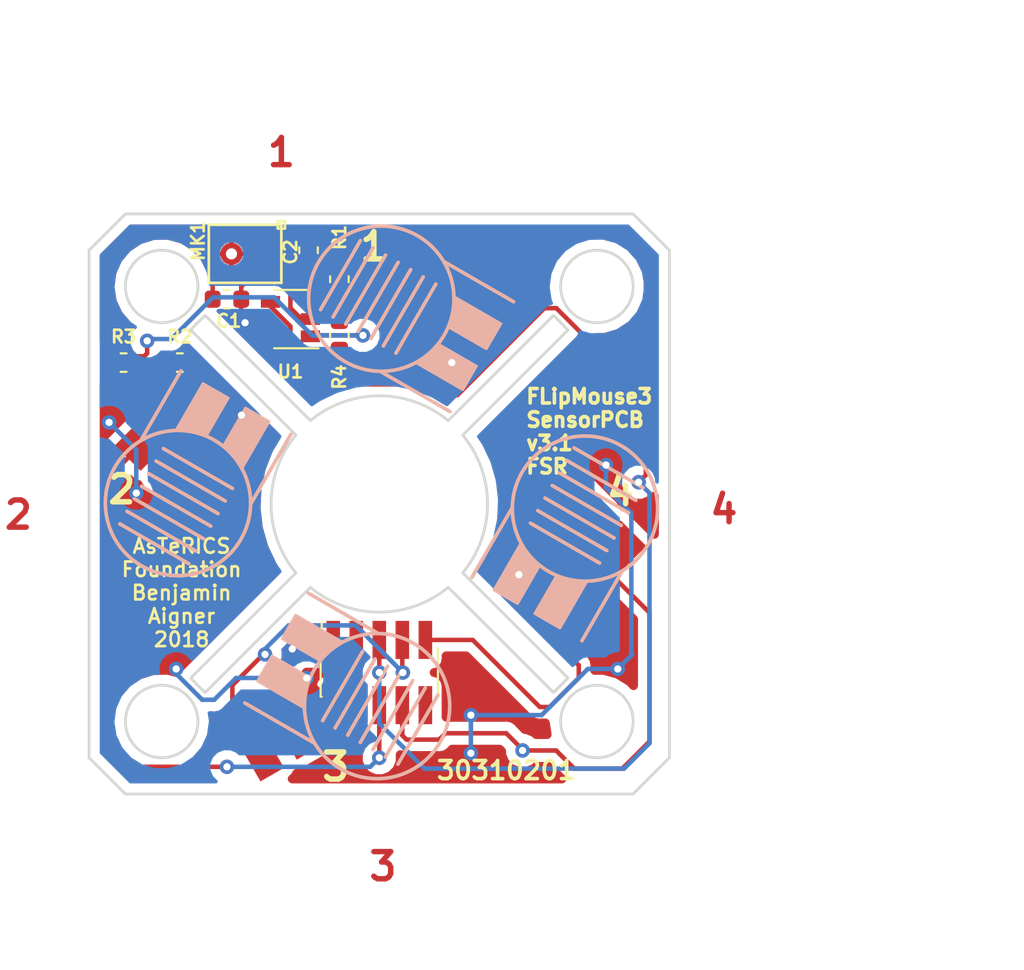
<source format=kicad_pcb>
(kicad_pcb (version 20171130) (host pcbnew 5.0.1+dfsg1-3)

  (general
    (thickness 1.6)
    (drawings 93)
    (tracks 179)
    (zones 0)
    (modules 19)
    (nets 12)
  )

  (page A4)
  (title_block
    (title "FLipMouse3 - Sensor PCB FSR")
    (date 2018-11-21)
    (rev v3.1)
    (company "AsTeRICS Foundation")
    (comment 2 "Art. Number: 30310201")
    (comment 3 beni@asterics-foundation.org)
    (comment 4 "(c) Benjamin Aigner, 2018")
  )

  (layers
    (0 F.Cu signal)
    (31 B.Cu signal)
    (32 B.Adhes user)
    (33 F.Adhes user)
    (34 B.Paste user)
    (35 F.Paste user)
    (36 B.SilkS user)
    (37 F.SilkS user)
    (38 B.Mask user)
    (39 F.Mask user)
    (40 Dwgs.User user)
    (41 Cmts.User user)
    (42 Eco1.User user)
    (43 Eco2.User user)
    (44 Edge.Cuts user)
    (45 Margin user)
    (46 B.CrtYd user)
    (47 F.CrtYd user)
    (48 B.Fab user)
    (49 F.Fab user)
  )

  (setup
    (last_trace_width 0.25)
    (trace_clearance 0.2)
    (zone_clearance 0.508)
    (zone_45_only no)
    (trace_min 0.2)
    (segment_width 0.2)
    (edge_width 0.15)
    (via_size 0.8)
    (via_drill 0.4)
    (via_min_size 0.4)
    (via_min_drill 0.3)
    (uvia_size 0.3)
    (uvia_drill 0.1)
    (uvias_allowed no)
    (uvia_min_size 0.2)
    (uvia_min_drill 0.1)
    (pcb_text_width 0.3)
    (pcb_text_size 1.5 1.5)
    (mod_edge_width 0.15)
    (mod_text_size 1 1)
    (mod_text_width 0.15)
    (pad_size 1.5 4)
    (pad_drill 0)
    (pad_to_mask_clearance 0.2)
    (solder_mask_min_width 0.25)
    (aux_axis_origin 0 0)
    (visible_elements FFFFEF7F)
    (pcbplotparams
      (layerselection 0x00030_80000001)
      (usegerberextensions false)
      (usegerberattributes false)
      (usegerberadvancedattributes false)
      (creategerberjobfile false)
      (excludeedgelayer true)
      (linewidth 0.100000)
      (plotframeref false)
      (viasonmask false)
      (mode 1)
      (useauxorigin false)
      (hpglpennumber 1)
      (hpglpenspeed 20)
      (hpglpendiameter 15.000000)
      (psnegative false)
      (psa4output false)
      (plotreference true)
      (plotvalue true)
      (plotinvisibletext false)
      (padsonsilk false)
      (subtractmaskfromsilk false)
      (outputformat 1)
      (mirror false)
      (drillshape 1)
      (scaleselection 1)
      (outputdirectory ""))
  )

  (net 0 "")
  (net 1 /1)
  (net 2 /2)
  (net 3 3V3)
  (net 4 /3)
  (net 5 /4)
  (net 6 GNDD)
  (net 7 /EXT1)
  (net 8 "Net-(R1-Pad1)")
  (net 9 "Net-(R2-Pad1)")
  (net 10 "Net-(C2-Pad2)")
  (net 11 "Net-(C2-Pad1)")

  (net_class Default "This is the default net class."
    (clearance 0.2)
    (trace_width 0.25)
    (via_dia 0.8)
    (via_drill 0.4)
    (uvia_dia 0.3)
    (uvia_drill 0.1)
    (add_net /1)
    (add_net /2)
    (add_net /3)
    (add_net /4)
    (add_net /EXT1)
    (add_net 3V3)
    (add_net GNDD)
    (add_net "Net-(C2-Pad1)")
    (add_net "Net-(C2-Pad2)")
    (add_net "Net-(R1-Pad1)")
    (add_net "Net-(R2-Pad1)")
  )

  (module Connector_PinSocket_1.27mm:PinSocket_2x05_P1.27mm_Vertical_SMD (layer F.Cu) (tedit 5BE44E63) (tstamp 5BF0C6EF)
    (at 116 123.3 90)
    (descr "surface-mounted straight socket strip, 2x05, 1.27mm pitch, double cols (from Kicad 4.0.7!), script generated")
    (tags "Surface mounted socket strip SMD 2x05 1.27mm double row")
    (path /5BBE044D)
    (attr smd)
    (fp_text reference J1 (at 0 -4.675 90) (layer F.SilkS) hide
      (effects (font (size 1 1) (thickness 0.15)))
    )
    (fp_text value Conn_02x05_Odd_Even (at 0 4.675 90) (layer F.Fab) hide
      (effects (font (size 1 1) (thickness 0.15)))
    )
    (fp_line (start -1.33 -3.235) (end 1.33 -3.235) (layer F.SilkS) (width 0.12))
    (fp_line (start 1.33 -3.235) (end 1.33 -3.175) (layer F.SilkS) (width 0.12))
    (fp_line (start 1.33 3.175) (end 1.33 3.235) (layer F.SilkS) (width 0.12))
    (fp_line (start -1.33 3.235) (end 1.33 3.235) (layer F.SilkS) (width 0.12))
    (fp_line (start -1.33 -3.235) (end -1.33 -3.175) (layer F.SilkS) (width 0.12))
    (fp_line (start -1.33 3.175) (end -1.33 3.235) (layer F.SilkS) (width 0.12))
    (fp_line (start 1.33 -3.175) (end 2.79 -3.175) (layer F.SilkS) (width 0.12))
    (fp_line (start -1.27 -3.175) (end 0.635 -3.175) (layer F.Fab) (width 0.1))
    (fp_line (start 0.635 -3.175) (end 1.27 -2.54) (layer F.Fab) (width 0.1))
    (fp_line (start 1.27 -2.54) (end 1.27 3.175) (layer F.Fab) (width 0.1))
    (fp_line (start 1.27 3.175) (end -1.27 3.175) (layer F.Fab) (width 0.1))
    (fp_line (start -1.27 3.175) (end -1.27 -3.175) (layer F.Fab) (width 0.1))
    (fp_line (start -2.555 -2.74) (end -1.27 -2.74) (layer F.Fab) (width 0.1))
    (fp_line (start -1.27 -2.34) (end -2.555 -2.34) (layer F.Fab) (width 0.1))
    (fp_line (start -2.555 -2.34) (end -2.555 -2.74) (layer F.Fab) (width 0.1))
    (fp_line (start 1.27 -2.74) (end 2.555 -2.74) (layer F.Fab) (width 0.1))
    (fp_line (start 2.555 -2.74) (end 2.555 -2.34) (layer F.Fab) (width 0.1))
    (fp_line (start 2.555 -2.34) (end 1.27 -2.34) (layer F.Fab) (width 0.1))
    (fp_line (start -2.555 -1.47) (end -1.27 -1.47) (layer F.Fab) (width 0.1))
    (fp_line (start -1.27 -1.07) (end -2.555 -1.07) (layer F.Fab) (width 0.1))
    (fp_line (start -2.555 -1.07) (end -2.555 -1.47) (layer F.Fab) (width 0.1))
    (fp_line (start 1.27 -1.47) (end 2.555 -1.47) (layer F.Fab) (width 0.1))
    (fp_line (start 2.555 -1.47) (end 2.555 -1.07) (layer F.Fab) (width 0.1))
    (fp_line (start 2.555 -1.07) (end 1.27 -1.07) (layer F.Fab) (width 0.1))
    (fp_line (start -2.555 -0.2) (end -1.27 -0.2) (layer F.Fab) (width 0.1))
    (fp_line (start -1.27 0.2) (end -2.555 0.2) (layer F.Fab) (width 0.1))
    (fp_line (start -2.555 0.2) (end -2.555 -0.2) (layer F.Fab) (width 0.1))
    (fp_line (start 1.27 -0.2) (end 2.555 -0.2) (layer F.Fab) (width 0.1))
    (fp_line (start 2.555 -0.2) (end 2.555 0.2) (layer F.Fab) (width 0.1))
    (fp_line (start 2.555 0.2) (end 1.27 0.2) (layer F.Fab) (width 0.1))
    (fp_line (start -2.555 1.07) (end -1.27 1.07) (layer F.Fab) (width 0.1))
    (fp_line (start -1.27 1.47) (end -2.555 1.47) (layer F.Fab) (width 0.1))
    (fp_line (start -2.555 1.47) (end -2.555 1.07) (layer F.Fab) (width 0.1))
    (fp_line (start 1.27 1.07) (end 2.555 1.07) (layer F.Fab) (width 0.1))
    (fp_line (start 2.555 1.07) (end 2.555 1.47) (layer F.Fab) (width 0.1))
    (fp_line (start 2.555 1.47) (end 1.27 1.47) (layer F.Fab) (width 0.1))
    (fp_line (start -2.555 2.34) (end -1.27 2.34) (layer F.Fab) (width 0.1))
    (fp_line (start -1.27 2.74) (end -2.555 2.74) (layer F.Fab) (width 0.1))
    (fp_line (start -2.555 2.74) (end -2.555 2.34) (layer F.Fab) (width 0.1))
    (fp_line (start 1.27 2.34) (end 2.555 2.34) (layer F.Fab) (width 0.1))
    (fp_line (start 2.555 2.34) (end 2.555 2.74) (layer F.Fab) (width 0.1))
    (fp_line (start 2.555 2.74) (end 1.27 2.74) (layer F.Fab) (width 0.1))
    (fp_line (start -3.35 -3.7) (end 3.35 -3.7) (layer F.CrtYd) (width 0.05))
    (fp_line (start 3.35 -3.7) (end 3.35 3.65) (layer F.CrtYd) (width 0.05))
    (fp_line (start 3.35 3.65) (end -3.35 3.65) (layer F.CrtYd) (width 0.05))
    (fp_line (start -3.35 3.65) (end -3.35 -3.7) (layer F.CrtYd) (width 0.05))
    (fp_text user %R (at 0 0 180) (layer F.Fab)
      (effects (font (size 1 1) (thickness 0.15)))
    )
    (pad 1 smd rect (at 1.8 -2.54 90) (size 2.1 0.75) (layers F.Cu F.Paste F.Mask)
      (net 3 3V3))
    (pad 2 smd rect (at -1.8 -2.54 90) (size 2.1 0.75) (layers F.Cu F.Paste F.Mask)
      (net 6 GNDD))
    (pad 3 smd rect (at 1.8 -1.27 90) (size 2.1 0.75) (layers F.Cu F.Paste F.Mask))
    (pad 4 smd rect (at -1.8 -1.27 90) (size 2.1 0.75) (layers F.Cu F.Paste F.Mask))
    (pad 5 smd rect (at 1.8 0 90) (size 2.1 0.75) (layers F.Cu F.Paste F.Mask)
      (net 1 /1))
    (pad 6 smd rect (at -1.8 0 90) (size 2.1 0.75) (layers F.Cu F.Paste F.Mask)
      (net 2 /2))
    (pad 7 smd rect (at 1.8 1.27 90) (size 2.1 0.75) (layers F.Cu F.Paste F.Mask)
      (net 4 /3))
    (pad 8 smd rect (at -1.8 1.27 90) (size 2.1 0.75) (layers F.Cu F.Paste F.Mask)
      (net 5 /4))
    (pad 9 smd rect (at 1.8 2.54 90) (size 2.1 0.75) (layers F.Cu F.Paste F.Mask)
      (net 7 /EXT1))
    (pad 10 smd rect (at -1.8 2.54 90) (size 2.1 0.75) (layers F.Cu F.Paste F.Mask))
    (model ${KISYS3DMOD}/Connector_PinSocket_1.27mm.3dshapes/PinSocket_2x05_P1.27mm_Vertical_SMD.wrl
      (at (xyz 0 0 0))
      (scale (xyz 1 1 1))
      (rotate (xyz 0 0 0))
    )
  )

  (module fsrpad:FSRPAD (layer F.Cu) (tedit 5BE45C7A) (tstamp 5BFC33A6)
    (at 119.4 101.6 180)
    (path /5BE45829)
    (fp_text reference J2 (at 5 4 180) (layer F.SilkS) hide
      (effects (font (size 1 1) (thickness 0.15)))
    )
    (fp_text value FSR1 (at 1 -7 180) (layer F.Fab) hide
      (effects (font (size 1 1) (thickness 0.15)))
    )
    (pad 1 smd rect (at 0 0 225) (size 2 5) (layers F.Cu F.Paste F.Mask)
      (net 1 /1))
  )

  (module fsrpad:FSRPAD (layer F.Cu) (tedit 5BE45C81) (tstamp 5BFC33AA)
    (at 117.4 103.6 180)
    (path /5BE458E0)
    (fp_text reference J3 (at 5 4 180) (layer F.SilkS) hide
      (effects (font (size 1 1) (thickness 0.15)))
    )
    (fp_text value FSR1 (at 1 -7 180) (layer F.Fab) hide
      (effects (font (size 1 1) (thickness 0.15)))
    )
    (pad 1 smd rect (at 0 0 225) (size 2 5) (layers F.Cu F.Paste F.Mask)
      (net 3 3V3))
  )

  (module fsrpad:FSRPAD (layer F.Cu) (tedit 5BE45D09) (tstamp 5BFC33AE)
    (at 103.9 109.7 90)
    (path /5BE4590E)
    (fp_text reference J4 (at 5 4 90) (layer F.SilkS) hide
      (effects (font (size 1 1) (thickness 0.15)))
    )
    (fp_text value FSR2 (at 1 -7 90) (layer F.Fab) hide
      (effects (font (size 1 1) (thickness 0.15)))
    )
    (pad 1 smd rect (at 0 0 135) (size 2 5) (layers F.Cu F.Paste F.Mask)
      (net 2 /2))
  )

  (module fsrpad:FSRPAD (layer F.Cu) (tedit 5BE45D10) (tstamp 5BFC33B2)
    (at 105.9 111.6 90)
    (path /5BE45932)
    (fp_text reference J5 (at 5 4 90) (layer F.SilkS) hide
      (effects (font (size 1 1) (thickness 0.15)))
    )
    (fp_text value FSR2 (at 1 -7 90) (layer F.Fab) hide
      (effects (font (size 1 1) (thickness 0.15)))
    )
    (pad 1 smd rect (at 0 0 135) (size 2 5) (layers F.Cu F.Paste F.Mask)
      (net 3 3V3))
  )

  (module fsrpad:FSRPAD (layer F.Cu) (tedit 5BE45DE4) (tstamp 5BFC33BA)
    (at 109.1 127.2 120)
    (path /5BE45957)
    (fp_text reference J6 (at 5 4 120) (layer F.SilkS) hide
      (effects (font (size 1 1) (thickness 0.15)))
    )
    (fp_text value FSR3 (at 1 -7 120) (layer F.Fab) hide
      (effects (font (size 1 1) (thickness 0.15)))
    )
    (pad 1 smd rect (at 0 0 210) (size 1.5 4) (layers F.Cu F.Paste F.Mask)
      (net 4 /3))
  )

  (module fsrpad:FSRPAD (layer F.Cu) (tedit 5BE45E5A) (tstamp 5BFC33BF)
    (at 111.1 126)
    (path /5BE45981)
    (fp_text reference J7 (at 5 4) (layer F.SilkS) hide
      (effects (font (size 1 1) (thickness 0.15)))
    )
    (fp_text value FSR3 (at 1 -7) (layer F.Fab) hide
      (effects (font (size 1 1) (thickness 0.15)))
    )
    (pad 1 smd rect (at 0 0 30) (size 1.5 4) (layers F.Cu F.Paste F.Mask)
      (net 3 3V3))
  )

  (module fsrpad:FSRPAD (layer F.Cu) (tedit 5BE4577B) (tstamp 5BFC3638)
    (at 128.252038 117.383659 225)
    (path /5BE459C9)
    (fp_text reference J8 (at 5 4 225) (layer F.SilkS) hide
      (effects (font (size 1 1) (thickness 0.15)))
    )
    (fp_text value FSR4 (at 1 -7 225) (layer F.Fab) hide
      (effects (font (size 1 1) (thickness 0.15)))
    )
    (pad 1 smd rect (at 0 0 315) (size 2 5) (layers F.Cu F.Paste F.Mask)
      (net 5 /4))
  )

  (module fsrpad:FSRPAD (layer F.Cu) (tedit 5BE45CCB) (tstamp 5BFC3647)
    (at 126.252038 115.383659 270)
    (path /5BE459F1)
    (fp_text reference J9 (at 5 4 270) (layer F.SilkS) hide
      (effects (font (size 1 1) (thickness 0.15)))
    )
    (fp_text value FSR4 (at 1 -7 270) (layer F.Fab) hide
      (effects (font (size 1 1) (thickness 0.15)))
    )
    (pad 1 smd rect (at 0 0 315) (size 2 5) (layers F.Cu F.Paste F.Mask)
      (net 3 3V3))
  )

  (module Capacitor_SMD:C_0603_1608Metric (layer F.Cu) (tedit 5BEED21E) (tstamp 5C06ABA5)
    (at 107.6 102.7 180)
    (descr "Capacitor SMD 0603 (1608 Metric), square (rectangular) end terminal, IPC_7351 nominal, (Body size source: http://www.tortai-tech.com/upload/download/2011102023233369053.pdf), generated with kicad-footprint-generator")
    (tags capacitor)
    (path /5BEF16B7)
    (attr smd)
    (fp_text reference C1 (at -0.1 -1.2 180) (layer F.SilkS)
      (effects (font (size 0.7 0.7) (thickness 0.15)))
    )
    (fp_text value 100nF (at 0 1.43 180) (layer F.Fab)
      (effects (font (size 1 1) (thickness 0.15)))
    )
    (fp_line (start -0.8 0.4) (end -0.8 -0.4) (layer F.Fab) (width 0.1))
    (fp_line (start -0.8 -0.4) (end 0.8 -0.4) (layer F.Fab) (width 0.1))
    (fp_line (start 0.8 -0.4) (end 0.8 0.4) (layer F.Fab) (width 0.1))
    (fp_line (start 0.8 0.4) (end -0.8 0.4) (layer F.Fab) (width 0.1))
    (fp_line (start -0.162779 -0.51) (end 0.162779 -0.51) (layer F.SilkS) (width 0.12))
    (fp_line (start -0.162779 0.51) (end 0.162779 0.51) (layer F.SilkS) (width 0.12))
    (fp_line (start -1.48 0.73) (end -1.48 -0.73) (layer F.CrtYd) (width 0.05))
    (fp_line (start -1.48 -0.73) (end 1.48 -0.73) (layer F.CrtYd) (width 0.05))
    (fp_line (start 1.48 -0.73) (end 1.48 0.73) (layer F.CrtYd) (width 0.05))
    (fp_line (start 1.48 0.73) (end -1.48 0.73) (layer F.CrtYd) (width 0.05))
    (fp_text user %R (at 0 0 180) (layer F.Fab)
      (effects (font (size 0.4 0.4) (thickness 0.06)))
    )
    (pad 1 smd roundrect (at -0.7875 0 180) (size 0.875 0.95) (layers F.Cu F.Paste F.Mask) (roundrect_rratio 0.25)
      (net 3 3V3))
    (pad 2 smd roundrect (at 0.7875 0 180) (size 0.875 0.95) (layers F.Cu F.Paste F.Mask) (roundrect_rratio 0.25)
      (net 6 GNDD))
    (model ${KISYS3DMOD}/Capacitor_SMD.3dshapes/C_0603_1608Metric.wrl
      (at (xyz 0 0 0))
      (scale (xyz 1 1 1))
      (rotate (xyz 0 0 0))
    )
  )

  (module Capacitor_SMD:C_0603_1608Metric (layer F.Cu) (tedit 5BEFDF5D) (tstamp 5C06ABC7)
    (at 112.1 100 90)
    (descr "Capacitor SMD 0603 (1608 Metric), square (rectangular) end terminal, IPC_7351 nominal, (Body size source: http://www.tortai-tech.com/upload/download/2011102023233369053.pdf), generated with kicad-footprint-generator")
    (tags capacitor)
    (path /5BEF0271)
    (attr smd)
    (fp_text reference C2 (at -0.1 -1 90) (layer F.SilkS)
      (effects (font (size 0.7 0.7) (thickness 0.15)))
    )
    (fp_text value 4.7uF (at 0 1.43 90) (layer F.Fab)
      (effects (font (size 1 1) (thickness 0.15)))
    )
    (fp_text user %R (at 0 0 90) (layer F.Fab)
      (effects (font (size 0.4 0.4) (thickness 0.06)))
    )
    (fp_line (start 1.48 0.73) (end -1.48 0.73) (layer F.CrtYd) (width 0.05))
    (fp_line (start 1.48 -0.73) (end 1.48 0.73) (layer F.CrtYd) (width 0.05))
    (fp_line (start -1.48 -0.73) (end 1.48 -0.73) (layer F.CrtYd) (width 0.05))
    (fp_line (start -1.48 0.73) (end -1.48 -0.73) (layer F.CrtYd) (width 0.05))
    (fp_line (start -0.162779 0.51) (end 0.162779 0.51) (layer F.SilkS) (width 0.12))
    (fp_line (start -0.162779 -0.51) (end 0.162779 -0.51) (layer F.SilkS) (width 0.12))
    (fp_line (start 0.8 0.4) (end -0.8 0.4) (layer F.Fab) (width 0.1))
    (fp_line (start 0.8 -0.4) (end 0.8 0.4) (layer F.Fab) (width 0.1))
    (fp_line (start -0.8 -0.4) (end 0.8 -0.4) (layer F.Fab) (width 0.1))
    (fp_line (start -0.8 0.4) (end -0.8 -0.4) (layer F.Fab) (width 0.1))
    (pad 2 smd roundrect (at 0.7875 0 90) (size 0.875 0.95) (layers F.Cu F.Paste F.Mask) (roundrect_rratio 0.25)
      (net 10 "Net-(C2-Pad2)"))
    (pad 1 smd roundrect (at -0.7875 0 90) (size 0.875 0.95) (layers F.Cu F.Paste F.Mask) (roundrect_rratio 0.25)
      (net 11 "Net-(C2-Pad1)"))
    (model ${KISYS3DMOD}/Capacitor_SMD.3dshapes/C_0603_1608Metric.wrl
      (at (xyz 0 0 0))
      (scale (xyz 1 1 1))
      (rotate (xyz 0 0 0))
    )
  )

  (module SPU0410:SPU0410LR5H_6_3.76x3mm (layer F.Cu) (tedit 5BEED074) (tstamp 5C06ABEE)
    (at 108.6 100.2 270)
    (path /5BEEFC73)
    (fp_text reference MK1 (at 0.02 2.56 90) (layer F.Fab)
      (effects (font (size 0.6 0.6) (thickness 0.06)))
    )
    (fp_text value SPU0410LR5H (at -0.01 3.22 90) (layer F.Fab)
      (effects (font (size 0.5 0.6) (thickness 0.06)))
    )
    (fp_text user %R (at -0.7 2.6 270) (layer F.SilkS)
      (effects (font (size 0.7 0.7) (thickness 0.15)))
    )
    (fp_line (start -1.4 -1.8) (end -1.4 -2.2) (layer F.SilkS) (width 0.15))
    (fp_line (start -1.4 -2.2) (end -1.8 -2.2) (layer F.SilkS) (width 0.15))
    (fp_line (start -1.8 -2.2) (end -1.8 -1.8) (layer F.SilkS) (width 0.15))
    (fp_line (start -1.8 -1.8) (end -1.4 -1.8) (layer F.SilkS) (width 0.15))
    (fp_line (start -1.6 -2) (end -1.6 2) (layer F.SilkS) (width 0.15))
    (fp_line (start -1.6 2) (end 1.6 2) (layer F.SilkS) (width 0.15))
    (fp_line (start 1.6 2) (end 1.6 -2) (layer F.SilkS) (width 0.15))
    (fp_line (start 1.6 -2) (end -1.6 -2) (layer F.SilkS) (width 0.15))
    (fp_line (start -1.5 -1.4) (end -1 -1.9) (layer F.Fab) (width 0.05))
    (fp_line (start -1.7 -2.1) (end -1.7 2.1) (layer F.CrtYd) (width 0.05))
    (fp_line (start -1.7 2.1) (end 1.7 2.1) (layer F.CrtYd) (width 0.05))
    (fp_line (start 1.7 2.1) (end 1.7 -2.1) (layer F.CrtYd) (width 0.05))
    (fp_line (start 1.7 -2.1) (end -1.7 -2.1) (layer F.CrtYd) (width 0.05))
    (fp_line (start -1.5 -1.9) (end 1.5 -1.9) (layer F.Fab) (width 0.05))
    (fp_line (start 1.5 -1.9) (end 1.5 1.9) (layer F.Fab) (width 0.05))
    (fp_line (start 1.5 1.9) (end -1.5 1.9) (layer F.Fab) (width 0.05))
    (fp_line (start -1.5 1.9) (end -1.5 -1.9) (layer F.Fab) (width 0.05))
    (fp_circle (center 0 0.75) (end 0.306 0.75) (layer F.Mask) (width 0.7))
    (fp_arc (start 0 0.75) (end 0.459 0.75) (angle 40) (layer F.Paste) (width 0.3))
    (fp_arc (start 0 0.75) (end 0 1.209) (angle 40) (layer F.Paste) (width 0.3))
    (fp_arc (start 0 0.75) (end -0.459 0.75) (angle 40) (layer F.Paste) (width 0.3))
    (fp_arc (start 0 0.75) (end 0 0.291) (angle 40) (layer F.Paste) (width 0.3))
    (fp_circle (center 0 0.75) (end 0.459 0.75) (layer F.Cu) (width 0.306))
    (fp_circle (center 0 0.75) (end -0.725 -0.275) (layer B.CrtYd) (width 0.05))
    (pad 6 smd circle (at -0.65 0.75 270) (size 0.25 0.25) (layers F.Cu)
      (net 6 GNDD))
    (pad 6 smd circle (at 0 1.4 270) (size 0.25 0.25) (layers F.Cu)
      (net 6 GNDD))
    (pad 6 smd circle (at 0.65 0.75 270) (size 0.25 0.25) (layers F.Cu)
      (net 6 GNDD))
    (pad 4 smd circle (at 0.966 -1.35 270) (size 0.723 0.723) (layers F.Cu F.Paste F.Mask)
      (net 3 3V3))
    (pad 5 smd circle (at 0 -1.35 270) (size 0.612 0.612) (layers F.Cu F.Paste F.Mask)
      (net 6 GNDD))
    (pad 1 smd circle (at -0.966 -1.35 270) (size 0.723 0.723) (layers F.Cu F.Paste F.Mask)
      (net 10 "Net-(C2-Pad2)"))
    (pad "" np_thru_hole circle (at 0 0.75 270) (size 0.25 0.25) (drill 0.25) (layers *.Cu))
    (pad 2 smd circle (at -1.015 1.39 270) (size 0.562 0.562) (layers F.Cu F.Paste F.Mask)
      (net 6 GNDD))
    (pad 3 smd circle (at 1.015 1.39 270) (size 0.562 0.562) (layers F.Cu F.Paste F.Mask)
      (net 6 GNDD))
    (pad 6 smd circle (at 0 0.1 270) (size 0.25 0.25) (layers F.Cu)
      (net 6 GNDD))
    (model ${KISYS3DMOD}/Sensor_Audio.3dshapes/ST_HLGA-6_3.76x4.72mm_P1.65mm.wrl
      (at (xyz 0 0 0))
      (scale (xyz 0.8 0.8 1))
      (rotate (xyz 0 0 0))
    )
  )

  (module Resistor_SMD:R_0603_1608Metric (layer F.Cu) (tedit 5BEED228) (tstamp 5C06ABFF)
    (at 113.8 101.6 90)
    (descr "Resistor SMD 0603 (1608 Metric), square (rectangular) end terminal, IPC_7351 nominal, (Body size source: http://www.tortai-tech.com/upload/download/2011102023233369053.pdf), generated with kicad-footprint-generator")
    (tags resistor)
    (path /5BEEFEFD)
    (attr smd)
    (fp_text reference R1 (at 2.3 0 90) (layer F.SilkS)
      (effects (font (size 0.7 0.7) (thickness 0.15)))
    )
    (fp_text value 10k (at 0 1.43 90) (layer F.Fab)
      (effects (font (size 1 1) (thickness 0.15)))
    )
    (fp_line (start -0.8 0.4) (end -0.8 -0.4) (layer F.Fab) (width 0.1))
    (fp_line (start -0.8 -0.4) (end 0.8 -0.4) (layer F.Fab) (width 0.1))
    (fp_line (start 0.8 -0.4) (end 0.8 0.4) (layer F.Fab) (width 0.1))
    (fp_line (start 0.8 0.4) (end -0.8 0.4) (layer F.Fab) (width 0.1))
    (fp_line (start -0.162779 -0.51) (end 0.162779 -0.51) (layer F.SilkS) (width 0.12))
    (fp_line (start -0.162779 0.51) (end 0.162779 0.51) (layer F.SilkS) (width 0.12))
    (fp_line (start -1.48 0.73) (end -1.48 -0.73) (layer F.CrtYd) (width 0.05))
    (fp_line (start -1.48 -0.73) (end 1.48 -0.73) (layer F.CrtYd) (width 0.05))
    (fp_line (start 1.48 -0.73) (end 1.48 0.73) (layer F.CrtYd) (width 0.05))
    (fp_line (start 1.48 0.73) (end -1.48 0.73) (layer F.CrtYd) (width 0.05))
    (fp_text user %R (at 0 0 90) (layer F.Fab)
      (effects (font (size 0.4 0.4) (thickness 0.06)))
    )
    (pad 1 smd roundrect (at -0.7875 0 90) (size 0.875 0.95) (layers F.Cu F.Paste F.Mask) (roundrect_rratio 0.25)
      (net 8 "Net-(R1-Pad1)"))
    (pad 2 smd roundrect (at 0.7875 0 90) (size 0.875 0.95) (layers F.Cu F.Paste F.Mask) (roundrect_rratio 0.25)
      (net 11 "Net-(C2-Pad1)"))
    (model ${KISYS3DMOD}/Resistor_SMD.3dshapes/R_0603_1608Metric.wrl
      (at (xyz 0 0 0))
      (scale (xyz 1 1 1))
      (rotate (xyz 0 0 0))
    )
  )

  (module Resistor_SMD:R_0603_1608Metric (layer F.Cu) (tedit 5BEED21A) (tstamp 5C06AC10)
    (at 105 106.2)
    (descr "Resistor SMD 0603 (1608 Metric), square (rectangular) end terminal, IPC_7351 nominal, (Body size source: http://www.tortai-tech.com/upload/download/2011102023233369053.pdf), generated with kicad-footprint-generator")
    (tags resistor)
    (path /5BEEFED3)
    (attr smd)
    (fp_text reference R2 (at 0 -1.43) (layer F.SilkS)
      (effects (font (size 0.7 0.7) (thickness 0.15)))
    )
    (fp_text value 100k (at 0 1.43) (layer F.Fab)
      (effects (font (size 1 1) (thickness 0.15)))
    )
    (fp_text user %R (at 0 0) (layer F.Fab)
      (effects (font (size 0.4 0.4) (thickness 0.06)))
    )
    (fp_line (start 1.48 0.73) (end -1.48 0.73) (layer F.CrtYd) (width 0.05))
    (fp_line (start 1.48 -0.73) (end 1.48 0.73) (layer F.CrtYd) (width 0.05))
    (fp_line (start -1.48 -0.73) (end 1.48 -0.73) (layer F.CrtYd) (width 0.05))
    (fp_line (start -1.48 0.73) (end -1.48 -0.73) (layer F.CrtYd) (width 0.05))
    (fp_line (start -0.162779 0.51) (end 0.162779 0.51) (layer F.SilkS) (width 0.12))
    (fp_line (start -0.162779 -0.51) (end 0.162779 -0.51) (layer F.SilkS) (width 0.12))
    (fp_line (start 0.8 0.4) (end -0.8 0.4) (layer F.Fab) (width 0.1))
    (fp_line (start 0.8 -0.4) (end 0.8 0.4) (layer F.Fab) (width 0.1))
    (fp_line (start -0.8 -0.4) (end 0.8 -0.4) (layer F.Fab) (width 0.1))
    (fp_line (start -0.8 0.4) (end -0.8 -0.4) (layer F.Fab) (width 0.1))
    (pad 2 smd roundrect (at 0.7875 0) (size 0.875 0.95) (layers F.Cu F.Paste F.Mask) (roundrect_rratio 0.25)
      (net 3 3V3))
    (pad 1 smd roundrect (at -0.7875 0) (size 0.875 0.95) (layers F.Cu F.Paste F.Mask) (roundrect_rratio 0.25)
      (net 9 "Net-(R2-Pad1)"))
    (model ${KISYS3DMOD}/Resistor_SMD.3dshapes/R_0603_1608Metric.wrl
      (at (xyz 0 0 0))
      (scale (xyz 1 1 1))
      (rotate (xyz 0 0 0))
    )
  )

  (module Resistor_SMD:R_0603_1608Metric (layer F.Cu) (tedit 5BEED218) (tstamp 5C06AC21)
    (at 101.9 106.2)
    (descr "Resistor SMD 0603 (1608 Metric), square (rectangular) end terminal, IPC_7351 nominal, (Body size source: http://www.tortai-tech.com/upload/download/2011102023233369053.pdf), generated with kicad-footprint-generator")
    (tags resistor)
    (path /5BEEFF29)
    (attr smd)
    (fp_text reference R3 (at 0 -1.43) (layer F.SilkS)
      (effects (font (size 0.7 0.7) (thickness 0.15)))
    )
    (fp_text value 100k (at 0 1.43) (layer F.Fab)
      (effects (font (size 1 1) (thickness 0.15)))
    )
    (fp_text user %R (at 0 0) (layer F.Fab)
      (effects (font (size 0.4 0.4) (thickness 0.06)))
    )
    (fp_line (start 1.48 0.73) (end -1.48 0.73) (layer F.CrtYd) (width 0.05))
    (fp_line (start 1.48 -0.73) (end 1.48 0.73) (layer F.CrtYd) (width 0.05))
    (fp_line (start -1.48 -0.73) (end 1.48 -0.73) (layer F.CrtYd) (width 0.05))
    (fp_line (start -1.48 0.73) (end -1.48 -0.73) (layer F.CrtYd) (width 0.05))
    (fp_line (start -0.162779 0.51) (end 0.162779 0.51) (layer F.SilkS) (width 0.12))
    (fp_line (start -0.162779 -0.51) (end 0.162779 -0.51) (layer F.SilkS) (width 0.12))
    (fp_line (start 0.8 0.4) (end -0.8 0.4) (layer F.Fab) (width 0.1))
    (fp_line (start 0.8 -0.4) (end 0.8 0.4) (layer F.Fab) (width 0.1))
    (fp_line (start -0.8 -0.4) (end 0.8 -0.4) (layer F.Fab) (width 0.1))
    (fp_line (start -0.8 0.4) (end -0.8 -0.4) (layer F.Fab) (width 0.1))
    (pad 2 smd roundrect (at 0.7875 0) (size 0.875 0.95) (layers F.Cu F.Paste F.Mask) (roundrect_rratio 0.25)
      (net 9 "Net-(R2-Pad1)"))
    (pad 1 smd roundrect (at -0.7875 0) (size 0.875 0.95) (layers F.Cu F.Paste F.Mask) (roundrect_rratio 0.25)
      (net 6 GNDD))
    (model ${KISYS3DMOD}/Resistor_SMD.3dshapes/R_0603_1608Metric.wrl
      (at (xyz 0 0 0))
      (scale (xyz 1 1 1))
      (rotate (xyz 0 0 0))
    )
  )

  (module Resistor_SMD:R_0603_1608Metric (layer F.Cu) (tedit 5BEED22F) (tstamp 5C06AC32)
    (at 113.8 104.7 90)
    (descr "Resistor SMD 0603 (1608 Metric), square (rectangular) end terminal, IPC_7351 nominal, (Body size source: http://www.tortai-tech.com/upload/download/2011102023233369053.pdf), generated with kicad-footprint-generator")
    (tags resistor)
    (path /5BEEFE65)
    (attr smd)
    (fp_text reference R4 (at -2.3 0 90) (layer F.SilkS)
      (effects (font (size 0.7 0.7) (thickness 0.15)))
    )
    (fp_text value 100k (at 0 1.43 90) (layer F.Fab)
      (effects (font (size 1 1) (thickness 0.15)))
    )
    (fp_line (start -0.8 0.4) (end -0.8 -0.4) (layer F.Fab) (width 0.1))
    (fp_line (start -0.8 -0.4) (end 0.8 -0.4) (layer F.Fab) (width 0.1))
    (fp_line (start 0.8 -0.4) (end 0.8 0.4) (layer F.Fab) (width 0.1))
    (fp_line (start 0.8 0.4) (end -0.8 0.4) (layer F.Fab) (width 0.1))
    (fp_line (start -0.162779 -0.51) (end 0.162779 -0.51) (layer F.SilkS) (width 0.12))
    (fp_line (start -0.162779 0.51) (end 0.162779 0.51) (layer F.SilkS) (width 0.12))
    (fp_line (start -1.48 0.73) (end -1.48 -0.73) (layer F.CrtYd) (width 0.05))
    (fp_line (start -1.48 -0.73) (end 1.48 -0.73) (layer F.CrtYd) (width 0.05))
    (fp_line (start 1.48 -0.73) (end 1.48 0.73) (layer F.CrtYd) (width 0.05))
    (fp_line (start 1.48 0.73) (end -1.48 0.73) (layer F.CrtYd) (width 0.05))
    (fp_text user %R (at 0 0 90) (layer F.Fab)
      (effects (font (size 0.4 0.4) (thickness 0.06)))
    )
    (pad 1 smd roundrect (at -0.7875 0 90) (size 0.875 0.95) (layers F.Cu F.Paste F.Mask) (roundrect_rratio 0.25)
      (net 7 /EXT1))
    (pad 2 smd roundrect (at 0.7875 0 90) (size 0.875 0.95) (layers F.Cu F.Paste F.Mask) (roundrect_rratio 0.25)
      (net 8 "Net-(R1-Pad1)"))
    (model ${KISYS3DMOD}/Resistor_SMD.3dshapes/R_0603_1608Metric.wrl
      (at (xyz 0 0 0))
      (scale (xyz 1 1 1))
      (rotate (xyz 0 0 0))
    )
  )

  (module Package_TO_SOT_SMD:SOT-23-5 (layer F.Cu) (tedit 5BEED220) (tstamp 5C06AC47)
    (at 111.1 103.8 180)
    (descr "5-pin SOT23 package")
    (tags SOT-23-5)
    (path /5BEF068E)
    (attr smd)
    (fp_text reference U1 (at 0 -2.9 180) (layer F.SilkS)
      (effects (font (size 0.7 0.7) (thickness 0.15)))
    )
    (fp_text value LMV321 (at 0 2.9 180) (layer F.Fab)
      (effects (font (size 1 1) (thickness 0.15)))
    )
    (fp_text user %R (at 0 0 270) (layer F.Fab)
      (effects (font (size 0.5 0.5) (thickness 0.075)))
    )
    (fp_line (start -0.9 1.61) (end 0.9 1.61) (layer F.SilkS) (width 0.12))
    (fp_line (start 0.9 -1.61) (end -1.55 -1.61) (layer F.SilkS) (width 0.12))
    (fp_line (start -1.9 -1.8) (end 1.9 -1.8) (layer F.CrtYd) (width 0.05))
    (fp_line (start 1.9 -1.8) (end 1.9 1.8) (layer F.CrtYd) (width 0.05))
    (fp_line (start 1.9 1.8) (end -1.9 1.8) (layer F.CrtYd) (width 0.05))
    (fp_line (start -1.9 1.8) (end -1.9 -1.8) (layer F.CrtYd) (width 0.05))
    (fp_line (start -0.9 -0.9) (end -0.25 -1.55) (layer F.Fab) (width 0.1))
    (fp_line (start 0.9 -1.55) (end -0.25 -1.55) (layer F.Fab) (width 0.1))
    (fp_line (start -0.9 -0.9) (end -0.9 1.55) (layer F.Fab) (width 0.1))
    (fp_line (start 0.9 1.55) (end -0.9 1.55) (layer F.Fab) (width 0.1))
    (fp_line (start 0.9 -1.55) (end 0.9 1.55) (layer F.Fab) (width 0.1))
    (pad 1 smd rect (at -1.1 -0.95 180) (size 1.06 0.65) (layers F.Cu F.Paste F.Mask)
      (net 9 "Net-(R2-Pad1)"))
    (pad 2 smd rect (at -1.1 0 180) (size 1.06 0.65) (layers F.Cu F.Paste F.Mask)
      (net 6 GNDD))
    (pad 3 smd rect (at -1.1 0.95 180) (size 1.06 0.65) (layers F.Cu F.Paste F.Mask)
      (net 8 "Net-(R1-Pad1)"))
    (pad 4 smd rect (at 1.1 0.95 180) (size 1.06 0.65) (layers F.Cu F.Paste F.Mask)
      (net 7 /EXT1))
    (pad 5 smd rect (at 1.1 -0.95 180) (size 1.06 0.65) (layers F.Cu F.Paste F.Mask)
      (net 3 3V3))
    (model ${KISYS3DMOD}/Package_TO_SOT_SMD.3dshapes/SOT-23-5.wrl
      (at (xyz 0 0 0))
      (scale (xyz 1 1 1))
      (rotate (xyz 0 0 0))
    )
  )

  (module Fiducial:Fiducial_0.5mm_Dia_1mm_Outer (layer F.Cu) (tedit 5BEFE002) (tstamp 5C06BC5A)
    (at 107.9 113.8)
    (descr "Circular Fiducial, 0.5mm bare copper top; 1mm keepout (Level C)")
    (tags marker)
    (path /5BEFE497)
    (attr virtual)
    (fp_text reference FID1 (at 0 -1.5) (layer F.SilkS) hide
      (effects (font (size 1 1) (thickness 0.15)))
    )
    (fp_text value Fiducial (at 0 1.5) (layer F.Fab)
      (effects (font (size 1 1) (thickness 0.15)))
    )
    (fp_circle (center 0 0) (end 0.5 0) (layer F.Fab) (width 0.1))
    (fp_text user %R (at 0 0) (layer F.Fab)
      (effects (font (size 0.2 0.2) (thickness 0.04)))
    )
    (fp_circle (center 0 0) (end 0.75 0) (layer F.CrtYd) (width 0.05))
    (pad ~ smd circle (at 0 0) (size 0.5 0.5) (layers F.Cu F.Mask)
      (solder_mask_margin 0.25) (clearance 0.25))
  )

  (module Fiducial:Fiducial_0.5mm_Dia_1mm_Outer (layer F.Cu) (tedit 5BEFE004) (tstamp 5C06BC62)
    (at 125.4 99.9)
    (descr "Circular Fiducial, 0.5mm bare copper top; 1mm keepout (Level C)")
    (tags marker)
    (path /5BEFE6A7)
    (attr virtual)
    (fp_text reference FID2 (at 0 -1.5) (layer F.SilkS) hide
      (effects (font (size 1 1) (thickness 0.15)))
    )
    (fp_text value Fiducial (at 0 1.5) (layer F.Fab)
      (effects (font (size 1 1) (thickness 0.15)))
    )
    (fp_circle (center 0 0) (end 0.75 0) (layer F.CrtYd) (width 0.05))
    (fp_text user %R (at 0 0) (layer F.Fab)
      (effects (font (size 0.2 0.2) (thickness 0.04)))
    )
    (fp_circle (center 0 0) (end 0.5 0) (layer F.Fab) (width 0.1))
    (pad ~ smd circle (at 0 0) (size 0.5 0.5) (layers F.Cu F.Mask)
      (solder_mask_margin 0.25) (clearance 0.25))
  )

  (gr_text 30310201 (at 123 128.7) (layer F.SilkS)
    (effects (font (size 1 1) (thickness 0.2)))
  )
  (gr_text "AsTeRICS\nFoundation\nBenjamin\nAigner\n2018" (at 105.1 118.9) (layer F.SilkS)
    (effects (font (size 0.8 0.8) (thickness 0.15)))
  )
  (gr_text "FLipMouse3\nSensorPCB\nv3.1\nFSR" (at 124 110) (layer F.SilkS)
    (effects (font (size 0.8 0.8) (thickness 0.2)) (justify left))
  )
  (gr_text 4 (at 129.3 113.3) (layer F.SilkS)
    (effects (font (size 1.5 1.5) (thickness 0.3)))
  )
  (gr_text 3 (at 113.6 128.5) (layer F.SilkS)
    (effects (font (size 1.5 1.5) (thickness 0.3)))
  )
  (gr_text 2 (at 101.8 113.2) (layer F.SilkS)
    (effects (font (size 1.5 1.5) (thickness 0.3)))
  )
  (gr_text 1 (at 115.7 99.8) (layer F.SilkS)
    (effects (font (size 1.5 1.5) (thickness 0.3)))
  )
  (gr_line (start 102.893848 113.020693) (end 106.70436 115.220693) (layer B.SilkS) (width 0.2) (tstamp 5BFC39A1))
  (gr_line (start 104.093848 110.942232) (end 107.90436 113.142232) (layer B.SilkS) (width 0.2) (tstamp 5BFC39A0))
  (gr_line (start 103.693848 111.635053) (end 107.50436 113.835053) (layer B.SilkS) (width 0.2) (tstamp 5BFC399F))
  (gr_line (start 102.868015 110.465437) (end 105.068015 106.654926) (layer B.SilkS) (width 0.2) (tstamp 5BFC399E))
  (gr_line (start 101.693848 115.099154) (end 105.50436 117.299154) (layer B.SilkS) (width 0.2) (tstamp 5BFC399D))
  (gr_poly (pts (xy 104.830451 109.866399) (xy 106.516091 110.146784) (xy 107.666091 108.154926) (xy 106.280451 107.354926)) (layer B.SilkS) (width 0.15) (tstamp 5BFC399C))
  (gr_line (start 103.293848 112.327873) (end 107.10436 114.527873) (layer B.SilkS) (width 0.2) (tstamp 5BFC399B))
  (gr_poly (pts (xy 107.468719 110.696784) (xy 108.467757 111.966399) (xy 109.917757 109.454926) (xy 108.618719 108.704926)) (layer B.SilkS) (width 0.15) (tstamp 5BFC399A))
  (gr_line (start 108.930193 113.965437) (end 111.130193 110.154926) (layer B.SilkS) (width 0.2) (tstamp 5BFC3999))
  (gr_line (start 102.093848 114.406334) (end 105.90436 116.606334) (layer B.SilkS) (width 0.2) (tstamp 5BFC3998))
  (gr_circle (center 104.899104 113.947488) (end 107.072309 110.583387) (layer B.SilkS) (width 0.2) (tstamp 5BFC3997))
  (gr_line (start 102.493848 113.713514) (end 106.30436 115.913514) (layer B.SilkS) (width 0.2) (tstamp 5BFC3996))
  (gr_line (start 113.566201 126.355127) (end 115.766201 122.544615) (layer B.SilkS) (width 0.2) (tstamp 5BFC3989))
  (gr_line (start 117.030302 128.355127) (end 119.230302 124.544615) (layer B.SilkS) (width 0.2) (tstamp 5BFC3988))
  (gr_poly (pts (xy 111.797547 125.218524) (xy 112.077932 123.532884) (xy 110.086074 122.382884) (xy 109.286074 123.768524)) (layer B.SilkS) (width 0.15) (tstamp 5BFC3987))
  (gr_line (start 114.259021 126.755127) (end 116.459021 122.944615) (layer B.SilkS) (width 0.2) (tstamp 5BFC3986))
  (gr_line (start 115.896585 121.118782) (end 112.086074 118.918782) (layer B.SilkS) (width 0.2) (tstamp 5BFC3985))
  (gr_line (start 112.396585 127.18096) (end 108.586074 124.98096) (layer B.SilkS) (width 0.2) (tstamp 5BFC3984))
  (gr_line (start 116.337482 127.955127) (end 118.537482 124.144615) (layer B.SilkS) (width 0.2) (tstamp 5BFC3983))
  (gr_line (start 114.951841 127.155127) (end 117.151841 123.344615) (layer B.SilkS) (width 0.2) (tstamp 5BFC3982))
  (gr_circle (center 115.878636 125.149871) (end 112.514535 122.976666) (layer B.SilkS) (width 0.2) (tstamp 5BFC3981))
  (gr_line (start 115.644662 127.555127) (end 117.844662 123.744615) (layer B.SilkS) (width 0.2) (tstamp 5BFC3980))
  (gr_line (start 112.87338 125.955127) (end 115.07338 122.144615) (layer B.SilkS) (width 0.2) (tstamp 5BFC397F))
  (gr_poly (pts (xy 112.627932 122.580256) (xy 113.897547 121.581218) (xy 111.386074 120.131218) (xy 110.636074 121.430256)) (layer B.SilkS) (width 0.15) (tstamp 5BFC397E))
  (gr_line (start 118.424168 101.469184) (end 116.224168 105.279696) (layer B.SilkS) (width 0.2) (tstamp 5BFC38E8))
  (gr_line (start 114.960067 99.469184) (end 112.760067 103.279696) (layer B.SilkS) (width 0.2) (tstamp 5BFC38E7))
  (gr_poly (pts (xy 120.192822 102.605787) (xy 119.912437 104.291427) (xy 121.904295 105.441427) (xy 122.704295 104.055787)) (layer B.SilkS) (width 0.15) (tstamp 5BFC38E6))
  (gr_line (start 117.731348 101.069184) (end 115.531348 104.879696) (layer B.SilkS) (width 0.2) (tstamp 5BFC38E5))
  (gr_line (start 116.093784 106.705529) (end 119.904295 108.905529) (layer B.SilkS) (width 0.2) (tstamp 5BFC38E4))
  (gr_line (start 119.593784 100.643351) (end 123.404295 102.843351) (layer B.SilkS) (width 0.2) (tstamp 5BFC38E3))
  (gr_line (start 115.652887 99.869184) (end 113.452887 103.679696) (layer B.SilkS) (width 0.2) (tstamp 5BFC38E2))
  (gr_line (start 117.038528 100.669184) (end 114.838528 104.479696) (layer B.SilkS) (width 0.2) (tstamp 5BFC38E1))
  (gr_circle (center 116.111733 102.67444) (end 119.475834 104.847645) (layer B.SilkS) (width 0.2) (tstamp 5BFC38E0))
  (gr_line (start 116.345707 100.269184) (end 114.145707 104.079696) (layer B.SilkS) (width 0.2) (tstamp 5BFC38DF))
  (gr_line (start 119.116989 101.869184) (end 116.916989 105.679696) (layer B.SilkS) (width 0.2) (tstamp 5BFC38DE))
  (gr_poly (pts (xy 119.362437 105.244055) (xy 118.092822 106.243093) (xy 120.604295 107.693093) (xy 121.354295 106.394055)) (layer B.SilkS) (width 0.15) (tstamp 5BFC38DD))
  (gr_line (start 129.372293 117.737243) (end 127.172293 121.547754) (layer B.SilkS) (width 0.2) (tstamp 5BFC37F6))
  (gr_line (start 129.34646 115.181987) (end 125.535948 112.981987) (layer B.SilkS) (width 0.2) (tstamp 5BFC37F5))
  (gr_line (start 129.74646 114.489166) (end 125.935948 112.289166) (layer B.SilkS) (width 0.2) (tstamp 5BFC37F4))
  (gr_line (start 128.54646 116.567627) (end 124.735948 114.367627) (layer B.SilkS) (width 0.2) (tstamp 5BFC37F3))
  (gr_circle (center 127.341204 114.255192) (end 125.167999 117.619293) (layer B.SilkS) (width 0.2) (tstamp 5BFC37F2))
  (gr_line (start 123.310115 114.237243) (end 121.110115 118.047754) (layer B.SilkS) (width 0.2) (tstamp 5BFC37F1))
  (gr_line (start 130.14646 113.796346) (end 126.335948 111.596346) (layer B.SilkS) (width 0.2) (tstamp 5BFC37F0))
  (gr_poly (pts (xy 124.771589 117.505896) (xy 123.772551 116.236281) (xy 122.322551 118.747754) (xy 123.621589 119.497754)) (layer B.SilkS) (width 0.15) (tstamp 5BFC37EF))
  (gr_line (start 128.94646 115.874807) (end 125.135948 113.674807) (layer B.SilkS) (width 0.2) (tstamp 5BFC37EE))
  (gr_line (start 130.54646 113.103526) (end 126.735948 110.903526) (layer B.SilkS) (width 0.2) (tstamp 5BFC37ED))
  (gr_poly (pts (xy 127.409857 118.336281) (xy 125.724217 118.055896) (xy 124.574217 120.047754) (xy 125.959857 120.847754)) (layer B.SilkS) (width 0.15) (tstamp 5BFC37EC))
  (gr_line (start 128.14646 117.260448) (end 124.335948 115.060448) (layer B.SilkS) (width 0.2) (tstamp 5BFC37EB))
  (gr_arc (start 116 114) (end 105.600001 123.599999) (angle -4.581220085) (layer Edge.Cuts) (width 0.15))
  (gr_arc (start 116 114) (end 125.599999 124.399999) (angle -4.581220085) (layer Edge.Cuts) (width 0.15))
  (gr_arc (start 116 114) (end 126.399999 104.400001) (angle -4.581220085) (layer Edge.Cuts) (width 0.15))
  (gr_arc (start 116 114) (end 106.400001 103.600001) (angle -4.581220314) (layer Edge.Cuts) (width 0.15))
  (gr_line (start 120.6 117.8) (end 126.4 123.6) (layer Edge.Cuts) (width 0.15) (tstamp 5BFC3529))
  (gr_line (start 126.4 104.4) (end 120.6 110.2) (layer Edge.Cuts) (width 0.15) (tstamp 5BFC3641))
  (gr_line (start 125.6 103.6) (end 119.8 109.4) (layer Edge.Cuts) (width 0.15) (tstamp 5BFC3551))
  (gr_line (start 105.6 104.4) (end 111.4 110.2) (layer Edge.Cuts) (width 0.15) (tstamp 5BFC354D))
  (gr_line (start 106.4 103.6) (end 112.2 109.4) (layer Edge.Cuts) (width 0.15) (tstamp 5BFC354A))
  (gr_line (start 119.8 118.6) (end 125.6 124.4) (layer Edge.Cuts) (width 0.15) (tstamp 5BFC351E))
  (gr_line (start 112.2 118.6) (end 106.4 124.4) (layer Edge.Cuts) (width 0.15) (tstamp 5BFC3511))
  (gr_line (start 111.4 117.8) (end 105.6 123.6) (layer Edge.Cuts) (width 0.15) (tstamp 5BFC350B))
  (gr_arc (start 116 114) (end 120.599999 117.799999) (angle -79.11933594) (layer Edge.Cuts) (width 0.15))
  (gr_arc (start 116 114) (end 112.200001 118.599999) (angle -79.11933465) (layer Edge.Cuts) (width 0.15))
  (gr_arc (start 116 114) (end 111.400001 110.200001) (angle -79.11933594) (layer Edge.Cuts) (width 0.15))
  (gr_arc (start 116 114) (end 119.799999 109.400001) (angle -79.11933594) (layer Edge.Cuts) (width 0.15))
  (gr_text 4 (at 135 114.3) (layer F.Cu)
    (effects (font (size 1.5 1.5) (thickness 0.3)))
  )
  (gr_text 3 (at 116.2 134) (layer F.Cu)
    (effects (font (size 1.5 1.5) (thickness 0.3)))
  )
  (gr_text 2 (at 96.1 114.6) (layer F.Cu)
    (effects (font (size 1.5 1.5) (thickness 0.3)))
  )
  (gr_text 1 (at 110.6 94.6) (layer F.Cu)
    (effects (font (size 1.5 1.5) (thickness 0.3)))
  )
  (dimension 12 (width 0.3) (layer Eco2.User)
    (gr_text "12.000 mm" (at 116 141.1) (layer Eco2.User)
      (effects (font (size 1.5 1.5) (thickness 0.3)))
    )
    (feature1 (pts (xy 110 135) (xy 110 139.586421)))
    (feature2 (pts (xy 122 135) (xy 122 139.586421)))
    (crossbar (pts (xy 122 139) (xy 110 139)))
    (arrow1a (pts (xy 110 139) (xy 111.126504 138.413579)))
    (arrow1b (pts (xy 110 139) (xy 111.126504 139.586421)))
    (arrow2a (pts (xy 122 139) (xy 120.873496 138.413579)))
    (arrow2b (pts (xy 122 139) (xy 120.873496 139.586421)))
  )
  (dimension 12 (width 0.3) (layer Eco2.User)
    (gr_text "12.000 mm" (at 122 94.3) (layer Eco2.User)
      (effects (font (size 1.5 1.5) (thickness 0.3)))
    )
    (feature1 (pts (xy 116 96.6) (xy 116 95.813579)))
    (feature2 (pts (xy 128 96.6) (xy 128 95.813579)))
    (crossbar (pts (xy 128 96.4) (xy 116 96.4)))
    (arrow1a (pts (xy 116 96.4) (xy 117.126504 95.813579)))
    (arrow1b (pts (xy 116 96.4) (xy 117.126504 96.986421)))
    (arrow2a (pts (xy 128 96.4) (xy 126.873496 95.813579)))
    (arrow2b (pts (xy 128 96.4) (xy 126.873496 96.986421)))
  )
  (dimension 32 (width 0.3) (layer Eco2.User)
    (gr_text "32.000 mm" (at 116 87.3) (layer Eco2.User)
      (effects (font (size 1.5 1.5) (thickness 0.3)))
    )
    (feature1 (pts (xy 100 90.6) (xy 100 88.813579)))
    (feature2 (pts (xy 132 90.6) (xy 132 88.813579)))
    (crossbar (pts (xy 132 89.4) (xy 100 89.4)))
    (arrow1a (pts (xy 100 89.4) (xy 101.126504 88.813579)))
    (arrow1b (pts (xy 100 89.4) (xy 101.126504 89.986421)))
    (arrow2a (pts (xy 132 89.4) (xy 130.873496 88.813579)))
    (arrow2b (pts (xy 132 89.4) (xy 130.873496 89.986421)))
  )
  (dimension 4 (width 0.3) (layer Eco2.User)
    (gr_text "4.000 mm" (at 130 92.7) (layer Eco2.User)
      (effects (font (size 1.5 1.5) (thickness 0.3)))
    )
    (feature1 (pts (xy 132 96.6) (xy 132 94.213579)))
    (feature2 (pts (xy 128 96.6) (xy 128 94.213579)))
    (crossbar (pts (xy 128 94.8) (xy 132 94.8)))
    (arrow1a (pts (xy 132 94.8) (xy 130.873496 95.386421)))
    (arrow1b (pts (xy 132 94.8) (xy 130.873496 94.213579)))
    (arrow2a (pts (xy 128 94.8) (xy 129.126504 95.386421)))
    (arrow2b (pts (xy 128 94.8) (xy 129.126504 94.213579)))
  )
  (dimension 4 (width 0.3) (layer Eco2.User)
    (gr_text "4.000 mm" (at 149.617572 100 90) (layer Eco2.User)
      (effects (font (size 1.5 1.5) (thickness 0.3)))
    )
    (feature1 (pts (xy 138.717572 98) (xy 148.103993 98)))
    (feature2 (pts (xy 138.717572 102) (xy 148.103993 102)))
    (crossbar (pts (xy 147.517572 102) (xy 147.517572 98)))
    (arrow1a (pts (xy 147.517572 98) (xy 148.103993 99.126504)))
    (arrow1b (pts (xy 147.517572 98) (xy 146.931151 99.126504)))
    (arrow2a (pts (xy 147.517572 102) (xy 148.103993 100.873496)))
    (arrow2b (pts (xy 147.517572 102) (xy 146.931151 100.873496)))
  )
  (dimension 32 (width 0.3) (layer Eco2.User)
    (gr_text "32.000 mm" (at 140.3 114 270) (layer Eco2.User)
      (effects (font (size 1.5 1.5) (thickness 0.3)))
    )
    (feature1 (pts (xy 136.25 130) (xy 138.786421 130)))
    (feature2 (pts (xy 136.25 98) (xy 138.786421 98)))
    (crossbar (pts (xy 138.2 98) (xy 138.2 130)))
    (arrow1a (pts (xy 138.2 130) (xy 137.613579 128.873496)))
    (arrow1b (pts (xy 138.2 130) (xy 138.786421 128.873496)))
    (arrow2a (pts (xy 138.2 98) (xy 137.613579 99.126504)))
    (arrow2b (pts (xy 138.2 98) (xy 138.786421 99.126504)))
  )
  (gr_circle (center 104 126) (end 104 128) (layer Edge.Cuts) (width 0.15))
  (gr_circle (center 128 126) (end 128 128) (layer Edge.Cuts) (width 0.15))
  (gr_circle (center 128 102) (end 128 104) (layer Edge.Cuts) (width 0.15))
  (gr_circle (center 104 102) (end 104 104) (layer Edge.Cuts) (width 0.15))
  (gr_line (start 100 128) (end 100 100) (layer Edge.Cuts) (width 0.15))
  (gr_line (start 102 130) (end 100 128) (layer Edge.Cuts) (width 0.15))
  (gr_line (start 130 130) (end 102 130) (layer Edge.Cuts) (width 0.15))
  (gr_line (start 132 128) (end 130 130) (layer Edge.Cuts) (width 0.15))
  (gr_line (start 132 100) (end 132 128) (layer Edge.Cuts) (width 0.15))
  (gr_line (start 130 98) (end 132 100) (layer Edge.Cuts) (width 0.15))
  (gr_line (start 102 98) (end 130 98) (layer Edge.Cuts) (width 0.15))
  (gr_line (start 100 100) (end 102 98) (layer Edge.Cuts) (width 0.15))

  (segment (start 119.4 101.6) (end 121.2 99.8) (width 0.25) (layer F.Cu) (net 1))
  (segment (start 121.2 99.8) (end 122.1 98.9) (width 0.25) (layer F.Cu) (net 1))
  (segment (start 122.1 98.9) (end 129.4 98.9) (width 0.25) (layer F.Cu) (net 1))
  (segment (start 129.4 98.9) (end 130.7 100.2) (width 0.25) (layer F.Cu) (net 1))
  (via (at 130.3 112.8) (size 0.8) (drill 0.4) (layers F.Cu B.Cu) (net 1))
  (segment (start 130.7 112.4) (end 130.3 112.8) (width 0.25) (layer F.Cu) (net 1))
  (via (at 116 123.3) (size 0.8) (drill 0.4) (layers F.Cu B.Cu) (net 1))
  (segment (start 116 123.3) (end 116 121.5) (width 0.25) (layer F.Cu) (net 1))
  (segment (start 116 126.1) (end 116 124.1) (width 0.25) (layer B.Cu) (net 1))
  (segment (start 118.5 128.6) (end 116 126.1) (width 0.25) (layer B.Cu) (net 1))
  (segment (start 130.3 112.8) (end 130.9 113.4) (width 0.25) (layer B.Cu) (net 1))
  (segment (start 130.9 113.4) (end 130.9 127.2) (width 0.25) (layer B.Cu) (net 1))
  (segment (start 116 124.1) (end 116 123.3) (width 0.25) (layer B.Cu) (net 1))
  (segment (start 129.5 128.6) (end 118.5 128.6) (width 0.25) (layer B.Cu) (net 1))
  (segment (start 116 124.3) (end 116 124.1) (width 0.25) (layer B.Cu) (net 1))
  (segment (start 130.9 127.2) (end 129.5 128.6) (width 0.25) (layer B.Cu) (net 1))
  (segment (start 130.7 100.2) (end 130.7 112.4) (width 0.25) (layer F.Cu) (net 1))
  (via (at 116 128) (size 0.8) (drill 0.4) (layers F.Cu B.Cu) (net 2))
  (segment (start 116 125.1) (end 116 128) (width 0.25) (layer F.Cu) (net 2))
  (via (at 107.6 128.5) (size 0.8) (drill 0.4) (layers F.Cu B.Cu) (net 2))
  (segment (start 107.6 128.5) (end 102.1 128.5) (width 0.25) (layer F.Cu) (net 2))
  (segment (start 102.1 128.5) (end 101 127.4) (width 0.25) (layer F.Cu) (net 2))
  (segment (start 101 112.6) (end 103.9 109.7) (width 0.25) (layer F.Cu) (net 2))
  (segment (start 101 127.4) (end 101 112.6) (width 0.25) (layer F.Cu) (net 2))
  (segment (start 115.5 128.5) (end 116 128) (width 0.25) (layer B.Cu) (net 2))
  (segment (start 107.6 128.5) (end 115.5 128.5) (width 0.25) (layer B.Cu) (net 2))
  (segment (start 113.46 121.5) (end 113.46 122.14) (width 0.25) (layer F.Cu) (net 3))
  (via (at 111.2 122) (size 0.8) (drill 0.4) (layers F.Cu B.Cu) (net 3))
  (segment (start 113.46 121.5) (end 113.46 121.74) (width 0.25) (layer F.Cu) (net 3))
  (segment (start 113.46 121.74) (end 112.8 122.4) (width 0.25) (layer F.Cu) (net 3))
  (segment (start 111.6 122.4) (end 111.2 122) (width 0.25) (layer F.Cu) (net 3))
  (segment (start 112.8 122.4) (end 111.6 122.4) (width 0.25) (layer F.Cu) (net 3))
  (segment (start 111.1 122.1) (end 111.2 122) (width 0.25) (layer F.Cu) (net 3))
  (segment (start 111.1 126) (end 111.1 122.1) (width 0.25) (layer F.Cu) (net 3))
  (via (at 108.4 109.1) (size 0.8) (drill 0.4) (layers F.Cu B.Cu) (net 3))
  (segment (start 105.9 111.6) (end 108.4 109.1) (width 0.25) (layer F.Cu) (net 3))
  (via (at 120 106.2) (size 0.8) (drill 0.4) (layers F.Cu B.Cu) (net 3))
  (segment (start 117.4 103.6) (end 120 106.2) (width 0.25) (layer F.Cu) (net 3))
  (segment (start 126.252038 115.383659) (end 126.216341 115.383659) (width 0.25) (layer F.Cu) (net 3))
  (via (at 123.7 117.9) (size 0.8) (drill 0.4) (layers F.Cu B.Cu) (net 3))
  (segment (start 126.216341 115.383659) (end 123.7 117.9) (width 0.25) (layer F.Cu) (net 3))
  (segment (start 105.7875 106.4875) (end 108.4 109.1) (width 0.25) (layer F.Cu) (net 3))
  (segment (start 105.7875 106.2) (end 105.7875 106.4875) (width 0.25) (layer F.Cu) (net 3))
  (via (at 108.6 104) (size 0.8) (drill 0.4) (layers F.Cu B.Cu) (net 3))
  (segment (start 108.3875 102.7) (end 108.3875 103.7875) (width 0.25) (layer F.Cu) (net 3))
  (segment (start 108.3875 103.7875) (end 108.6 104) (width 0.25) (layer F.Cu) (net 3))
  (segment (start 109.25 104) (end 110 104.75) (width 0.25) (layer F.Cu) (net 3))
  (segment (start 108.6 104) (end 109.25 104) (width 0.25) (layer F.Cu) (net 3))
  (segment (start 109.95 101.166) (end 109.234 101.166) (width 0.25) (layer F.Cu) (net 3))
  (segment (start 108.3875 102.0125) (end 108.3875 102.7) (width 0.25) (layer F.Cu) (net 3))
  (segment (start 109.234 101.166) (end 108.3875 102.0125) (width 0.25) (layer F.Cu) (net 3))
  (via (at 117.3 123.3) (size 0.8) (drill 0.4) (layers F.Cu B.Cu) (net 4))
  (segment (start 117.27 121.5) (end 117.27 123.27) (width 0.25) (layer F.Cu) (net 4))
  (segment (start 117.27 123.27) (end 117.3 123.3) (width 0.25) (layer F.Cu) (net 4))
  (segment (start 117.3 123.3) (end 114.7 120.7) (width 0.25) (layer B.Cu) (net 4))
  (segment (start 114.7 120.7) (end 111 120.7) (width 0.25) (layer B.Cu) (net 4))
  (via (at 109.7 122.3) (size 0.8) (drill 0.4) (layers F.Cu B.Cu) (net 4))
  (segment (start 111 120.7) (end 109.7 122) (width 0.25) (layer B.Cu) (net 4))
  (segment (start 109.7 122) (end 109.7 122.3) (width 0.25) (layer B.Cu) (net 4))
  (segment (start 109.7 122.3) (end 109.6 122.3) (width 0.25) (layer F.Cu) (net 4))
  (segment (start 109.6 122.3) (end 107.9 124) (width 0.25) (layer F.Cu) (net 4))
  (segment (start 107.9 126) (end 109.1 127.2) (width 0.25) (layer F.Cu) (net 4))
  (segment (start 107.9 124) (end 107.9 126) (width 0.25) (layer F.Cu) (net 4))
  (segment (start 128.252038 117.383659) (end 128.283659 117.383659) (width 0.25) (layer F.Cu) (net 5))
  (segment (start 128.283659 117.383659) (end 130.9 120) (width 0.25) (layer F.Cu) (net 5))
  (segment (start 130.9 120) (end 130.9 127.1) (width 0.25) (layer F.Cu) (net 5))
  (segment (start 130.9 127.1) (end 129.4 128.6) (width 0.25) (layer F.Cu) (net 5))
  (segment (start 117.27 126.77) (end 117.27 125.1) (width 0.25) (layer F.Cu) (net 5))
  (via (at 123.9 127.6) (size 0.8) (drill 0.4) (layers F.Cu B.Cu) (net 5))
  (segment (start 117.4 126.9) (end 117.27 126.77) (width 0.25) (layer F.Cu) (net 5))
  (segment (start 129.4 128.6) (end 126.75 128.6) (width 0.25) (layer F.Cu) (net 5))
  (segment (start 125.75 127.6) (end 123.9 127.6) (width 0.25) (layer F.Cu) (net 5))
  (segment (start 126.75 128.6) (end 125.75 127.6) (width 0.25) (layer F.Cu) (net 5))
  (segment (start 123.9 127.6) (end 123.9 127.55) (width 0.25) (layer F.Cu) (net 5))
  (segment (start 123.9 127.55) (end 123 126.65) (width 0.25) (layer F.Cu) (net 5))
  (segment (start 123 126.65) (end 119.65 126.65) (width 0.25) (layer F.Cu) (net 5))
  (segment (start 119.3 127) (end 117.5 127) (width 0.25) (layer F.Cu) (net 5))
  (segment (start 119.65 126.65) (end 119.3 127) (width 0.25) (layer F.Cu) (net 5))
  (segment (start 117.5 127) (end 117.4 126.9) (width 0.25) (layer F.Cu) (net 5))
  (via (at 121.05 127.75) (size 0.8) (drill 0.4) (layers F.Cu B.Cu) (net 6) (status 40000))
  (segment (start 107.21 99.185) (end 105.815 99.185) (width 0.25) (layer F.Cu) (net 6))
  (segment (start 107.2 100.2) (end 106.4 100.2) (width 0.25) (layer F.Cu) (net 6))
  (segment (start 106.4 100.2) (end 106 99.8) (width 0.25) (layer F.Cu) (net 6))
  (segment (start 107.485 101.215) (end 107.85 100.85) (width 0.25) (layer F.Cu) (net 6))
  (segment (start 107.21 101.215) (end 107.485 101.215) (width 0.25) (layer F.Cu) (net 6))
  (segment (start 107.21 99.185) (end 107.785 99.185) (width 0.25) (layer F.Cu) (net 6))
  (segment (start 107.85 99.25) (end 107.85 99.55) (width 0.25) (layer F.Cu) (net 6))
  (segment (start 107.785 99.185) (end 107.85 99.25) (width 0.25) (layer F.Cu) (net 6))
  (segment (start 111.709998 103.8) (end 111.1 103.190002) (width 0.25) (layer F.Cu) (net 6))
  (segment (start 112.2 103.8) (end 111.709998 103.8) (width 0.25) (layer F.Cu) (net 6))
  (segment (start 111.1 101.299978) (end 111 101.199978) (width 0.25) (layer F.Cu) (net 6))
  (segment (start 111.1 103.190002) (end 111.1 101.299978) (width 0.25) (layer F.Cu) (net 6))
  (segment (start 111 101.199978) (end 111 100.4) (width 0.25) (layer F.Cu) (net 6))
  (segment (start 110.8 100.2) (end 109.95 100.2) (width 0.25) (layer F.Cu) (net 6))
  (segment (start 111 100.4) (end 110.8 100.2) (width 0.25) (layer F.Cu) (net 6))
  (segment (start 106.8125 101.6125) (end 107.21 101.215) (width 0.25) (layer F.Cu) (net 6))
  (segment (start 106.8125 102.7) (end 106.8125 101.6125) (width 0.25) (layer F.Cu) (net 6))
  (segment (start 107.785 99.185) (end 108.685 99.185) (width 0.25) (layer F.Cu) (net 6))
  (segment (start 109.1 99.6) (end 109.1 100.2) (width 0.25) (layer F.Cu) (net 6))
  (segment (start 108.685 99.185) (end 109.1 99.6) (width 0.25) (layer F.Cu) (net 6))
  (segment (start 108.5 100.2) (end 109.1 100.2) (width 0.25) (layer F.Cu) (net 6))
  (segment (start 109.1 100.2) (end 109.95 100.2) (width 0.25) (layer F.Cu) (net 6))
  (segment (start 107.21 101.215) (end 108.385 101.215) (width 0.25) (layer F.Cu) (net 6))
  (segment (start 109.1 100.5) (end 109.1 100.2) (width 0.25) (layer F.Cu) (net 6))
  (segment (start 108.385 101.215) (end 109.1 100.5) (width 0.25) (layer F.Cu) (net 6))
  (via (at 112 123.6) (size 0.8) (drill 0.4) (layers F.Cu B.Cu) (net 6))
  (segment (start 113.46 125.1) (end 113.46 125.06) (width 0.25) (layer F.Cu) (net 6))
  (segment (start 113.46 125.06) (end 112 123.6) (width 0.25) (layer F.Cu) (net 6))
  (segment (start 112 123.6) (end 109.3 123.6) (width 0.25) (layer B.Cu) (net 6))
  (segment (start 109.3 123.6) (end 108.1 123.6) (width 0.25) (layer B.Cu) (net 6))
  (via (at 104.8 123.1) (size 0.8) (drill 0.4) (layers F.Cu B.Cu) (net 6))
  (segment (start 104.8 123.365698) (end 104.8 123.1) (width 0.25) (layer B.Cu) (net 6))
  (segment (start 106.23431 124.800008) (end 104.8 123.365698) (width 0.25) (layer B.Cu) (net 6))
  (segment (start 108.1 123.6) (end 106.899992 124.800008) (width 0.25) (layer B.Cu) (net 6))
  (segment (start 106.899992 124.800008) (end 106.23431 124.800008) (width 0.25) (layer B.Cu) (net 6))
  (via (at 101.1 109.5) (size 0.8) (drill 0.4) (layers F.Cu B.Cu) (net 6))
  (segment (start 101.1125 106.2) (end 101.1125 109.4875) (width 0.25) (layer F.Cu) (net 6))
  (segment (start 101.1125 109.4875) (end 101.1 109.5) (width 0.25) (layer F.Cu) (net 6))
  (via (at 102.6 113.4) (size 0.8) (drill 0.4) (layers F.Cu B.Cu) (net 6))
  (segment (start 101.1 109.5) (end 102.6 111) (width 0.25) (layer B.Cu) (net 6))
  (segment (start 102.6 111) (end 102.6 113.4) (width 0.25) (layer B.Cu) (net 6))
  (via (at 121.05 125.65) (size 0.8) (drill 0.4) (layers F.Cu B.Cu) (net 6))
  (segment (start 121.05 127.75) (end 121.05 125.65) (width 0.25) (layer B.Cu) (net 6))
  (segment (start 124.947805 125.65) (end 127.497805 123.1) (width 0.25) (layer B.Cu) (net 6))
  (segment (start 121.05 125.65) (end 124.947805 125.65) (width 0.25) (layer B.Cu) (net 6))
  (via (at 129.15 123.1) (size 0.8) (drill 0.4) (layers F.Cu B.Cu) (net 6))
  (segment (start 127.497805 123.1) (end 129.15 123.1) (width 0.25) (layer B.Cu) (net 6))
  (segment (start 129.15 123.1) (end 129.95 122.3) (width 0.25) (layer B.Cu) (net 6))
  (segment (start 129.95 122.3) (end 129.9 122.25) (width 0.25) (layer B.Cu) (net 6))
  (segment (start 129.9 122.25) (end 129.9 114.5) (width 0.25) (layer B.Cu) (net 6))
  (segment (start 129.9 114.5) (end 128.5 113.1) (width 0.25) (layer B.Cu) (net 6))
  (via (at 128.5 111.85) (size 0.8) (drill 0.4) (layers F.Cu B.Cu) (net 6))
  (segment (start 128.5 113.1) (end 128.5 111.85) (width 0.25) (layer B.Cu) (net 6))
  (segment (start 111.1 105.4) (end 111.4 105.7) (width 0.25) (layer F.Cu) (net 7))
  (segment (start 113.5875 105.7) (end 113.8 105.4875) (width 0.25) (layer F.Cu) (net 7))
  (segment (start 111.4 105.7) (end 113.5875 105.7) (width 0.25) (layer F.Cu) (net 7))
  (segment (start 110 102.85) (end 110 103.1) (width 0.25) (layer F.Cu) (net 7))
  (segment (start 111.1 104.2) (end 111.1 105.4) (width 0.25) (layer F.Cu) (net 7))
  (segment (start 110 103.1) (end 111.1 104.2) (width 0.25) (layer F.Cu) (net 7))
  (segment (start 119.4 121.5) (end 118.54 121.5) (width 0.25) (layer F.Cu) (net 7))
  (segment (start 120.3 108) (end 125.100007 103.199993) (width 0.25) (layer F.Cu) (net 7))
  (segment (start 113.8 105.4875) (end 113.8 107.1) (width 0.25) (layer F.Cu) (net 7))
  (segment (start 113.8 107.1) (end 114.1 107.4) (width 0.25) (layer F.Cu) (net 7))
  (segment (start 125.765688 103.199993) (end 127.1 104.534305) (width 0.25) (layer F.Cu) (net 7))
  (segment (start 118.4 107.4) (end 119 108) (width 0.25) (layer F.Cu) (net 7))
  (segment (start 119 108) (end 120.3 108) (width 0.25) (layer F.Cu) (net 7))
  (segment (start 127.1 104.534305) (end 127.1 104.9) (width 0.25) (layer F.Cu) (net 7))
  (segment (start 127.1 104.9) (end 123 109) (width 0.25) (layer F.Cu) (net 7))
  (segment (start 123 109) (end 123 115.6) (width 0.25) (layer F.Cu) (net 7))
  (segment (start 123 115.6) (end 122.379375 116.220625) (width 0.25) (layer F.Cu) (net 7))
  (segment (start 127 123.597805) (end 125.397805 125.2) (width 0.25) (layer F.Cu) (net 7))
  (segment (start 122.379375 116.220625) (end 122.379375 118.279375) (width 0.25) (layer F.Cu) (net 7))
  (segment (start 114.1 107.4) (end 118.4 107.4) (width 0.25) (layer F.Cu) (net 7))
  (segment (start 125.100007 103.199993) (end 125.765688 103.199993) (width 0.25) (layer F.Cu) (net 7))
  (segment (start 122.379375 118.279375) (end 127 122.9) (width 0.25) (layer F.Cu) (net 7))
  (segment (start 127 122.9) (end 127 123.597805) (width 0.25) (layer F.Cu) (net 7))
  (segment (start 125.397805 125.2) (end 124.85 125.2) (width 0.25) (layer F.Cu) (net 7))
  (segment (start 121.15 121.5) (end 119.4 121.5) (width 0.25) (layer F.Cu) (net 7))
  (segment (start 124.85 125.2) (end 121.15 121.5) (width 0.25) (layer F.Cu) (net 7))
  (segment (start 113.8 103.9125) (end 113.8 102.3875) (width 0.25) (layer F.Cu) (net 8))
  (segment (start 113.3375 102.85) (end 113.8 102.3875) (width 0.25) (layer F.Cu) (net 8))
  (segment (start 112.2 102.85) (end 113.3375 102.85) (width 0.25) (layer F.Cu) (net 8))
  (segment (start 112.2 104.75) (end 112.25 104.7) (width 0.25) (layer F.Cu) (net 9))
  (via (at 115.1 104.7) (size 0.8) (drill 0.4) (layers F.Cu B.Cu) (net 9))
  (segment (start 112.25 104.7) (end 115.1 104.7) (width 0.25) (layer F.Cu) (net 9))
  (segment (start 115.1 104.7) (end 112.3 104.7) (width 0.25) (layer B.Cu) (net 9))
  (segment (start 112.3 104.7) (end 110.2 102.6) (width 0.25) (layer B.Cu) (net 9))
  (segment (start 106.834302 102.6) (end 104.534302 104.9) (width 0.25) (layer B.Cu) (net 9))
  (segment (start 110.2 102.6) (end 106.834302 102.6) (width 0.25) (layer B.Cu) (net 9))
  (via (at 103.2 105) (size 0.8) (drill 0.4) (layers F.Cu B.Cu) (net 9))
  (segment (start 104.534302 104.9) (end 103.3 104.9) (width 0.25) (layer B.Cu) (net 9))
  (segment (start 103.3 104.9) (end 103.2 105) (width 0.25) (layer B.Cu) (net 9))
  (segment (start 103.2 105.6875) (end 102.6875 106.2) (width 0.25) (layer F.Cu) (net 9))
  (segment (start 103.2 105) (end 103.2 105.6875) (width 0.25) (layer F.Cu) (net 9))
  (segment (start 104.2125 106.2) (end 102.6875 106.2) (width 0.25) (layer F.Cu) (net 9))
  (segment (start 109.9715 99.2125) (end 109.95 99.234) (width 0.25) (layer F.Cu) (net 10))
  (segment (start 112.1 99.2125) (end 109.9715 99.2125) (width 0.25) (layer F.Cu) (net 10))
  (segment (start 112.125 100.8125) (end 112.1 100.7875) (width 0.25) (layer F.Cu) (net 11))
  (segment (start 113.8 100.8125) (end 112.125 100.8125) (width 0.25) (layer F.Cu) (net 11))

  (zone (net 3) (net_name 3V3) (layer B.Cu) (tstamp 0) (hatch edge 0.508)
    (connect_pads (clearance 0.508))
    (min_thickness 0.2)
    (fill yes (arc_segments 16) (thermal_gap 0.508) (thermal_bridge_width 0.25))
    (polygon
      (pts
        (xy 132 130) (xy 100 130) (xy 100 98) (xy 132 98)
      )
    )
    (filled_polygon
      (pts
        (xy 131.317 100.282908) (xy 131.317 112.780382) (xy 131.308 112.771381) (xy 131.308 112.599496) (xy 131.154541 112.229014)
        (xy 130.870986 111.945459) (xy 130.500504 111.792) (xy 130.099496 111.792) (xy 129.729014 111.945459) (xy 129.445459 112.229014)
        (xy 129.292 112.599496) (xy 129.292 112.855382) (xy 129.233 112.796382) (xy 129.233 112.542527) (xy 129.354541 112.420986)
        (xy 129.508 112.050504) (xy 129.508 111.649496) (xy 129.354541 111.279014) (xy 129.070986 110.995459) (xy 128.700504 110.842)
        (xy 128.299496 110.842) (xy 127.929014 110.995459) (xy 127.645459 111.279014) (xy 127.492 111.649496) (xy 127.492 112.050504)
        (xy 127.645459 112.420986) (xy 127.767 112.542527) (xy 127.767 113.027811) (xy 127.752641 113.1) (xy 127.767 113.172188)
        (xy 127.767 113.172192) (xy 127.809529 113.386001) (xy 127.971537 113.628463) (xy 128.032739 113.669357) (xy 129.167001 114.80362)
        (xy 129.167 122.046381) (xy 129.121381 122.092) (xy 128.949496 122.092) (xy 128.579014 122.245459) (xy 128.457473 122.367)
        (xy 127.569993 122.367) (xy 127.497805 122.352641) (xy 127.425617 122.367) (xy 127.425612 122.367) (xy 127.211803 122.409529)
        (xy 126.969342 122.571537) (xy 126.928448 122.632739) (xy 126.663547 122.89764) (xy 121.494369 117.728462) (xy 121.937512 116.989206)
        (xy 121.958582 116.946461) (xy 121.980683 116.904259) (xy 121.987 116.888812) (xy 122.345999 115.979317) (xy 122.359805 115.933705)
        (xy 122.374716 115.888461) (xy 122.378425 115.87219) (xy 122.58406 114.916272) (xy 122.590232 114.869011) (xy 122.597552 114.821945)
        (xy 122.598554 114.805287) (xy 122.645302 113.828621) (xy 122.643672 113.780978) (xy 122.643207 113.733356) (xy 122.641475 113.716772)
        (xy 122.641475 113.716759) (xy 122.641473 113.716749) (xy 122.528078 112.745572) (xy 122.518695 112.698869) (xy 122.510453 112.65193)
        (xy 122.506032 112.635838) (xy 122.506032 112.635836) (xy 122.50603 112.63583) (xy 122.23554 111.696212) (xy 122.21865 111.651653)
        (xy 122.202857 111.606705) (xy 122.195868 111.591551) (xy 121.775542 110.708721) (xy 121.751593 110.667506) (xy 121.728678 110.625754)
        (xy 121.719312 110.611951) (xy 121.719308 110.611944) (xy 121.719304 110.611939) (xy 121.487192 110.278715) (xy 126.930517 104.835391)
        (xy 127.043371 104.666493) (xy 127.072933 104.517878) (xy 127.633161 104.677991) (xy 128.399529 104.67331) (xy 129.133779 104.453723)
        (xy 129.776885 104.036882) (xy 130.277149 103.456297) (xy 130.594354 102.758642) (xy 130.703 102) (xy 130.702193 101.93396)
        (xy 130.575044 101.178199) (xy 130.240889 100.488502) (xy 129.726589 99.920313) (xy 129.073491 99.519309) (xy 128.334095 99.317727)
        (xy 127.567841 99.331771) (xy 126.836329 99.560312) (xy 126.198363 99.984978) (xy 125.70523 100.571631) (xy 125.396572 101.27311)
        (xy 125.297202 102.033023) (xy 125.415108 102.790281) (xy 125.479568 102.927576) (xy 125.333507 102.956629) (xy 125.164609 103.069483)
        (xy 119.728462 108.505631) (xy 118.989206 108.062488) (xy 118.946455 108.041414) (xy 118.904259 108.019317) (xy 118.888818 108.013002)
        (xy 118.888813 108.013) (xy 118.888809 108.012999) (xy 117.979317 107.654001) (xy 117.933705 107.640195) (xy 117.888461 107.625284)
        (xy 117.87219 107.621575) (xy 116.916273 107.41594) (xy 116.869006 107.409767) (xy 116.821945 107.402448) (xy 116.805287 107.401446)
        (xy 115.828621 107.354698) (xy 115.780978 107.356328) (xy 115.733356 107.356793) (xy 115.716772 107.358525) (xy 115.716758 107.358525)
        (xy 115.716746 107.358527) (xy 114.745572 107.471922) (xy 114.698869 107.481305) (xy 114.65193 107.489547) (xy 114.635843 107.493967)
        (xy 114.635836 107.493968) (xy 114.63583 107.49397) (xy 113.696212 107.76446) (xy 113.651653 107.78135) (xy 113.606705 107.797143)
        (xy 113.591551 107.804132) (xy 112.708721 108.224458) (xy 112.667506 108.248407) (xy 112.625754 108.271322) (xy 112.611951 108.280688)
        (xy 112.611944 108.280692) (xy 112.611939 108.280696) (xy 112.278715 108.512807) (xy 107.118414 103.352507) (xy 107.137921 103.333)
        (xy 109.896382 103.333) (xy 111.730645 105.167264) (xy 111.771537 105.228463) (xy 111.832736 105.269355) (xy 111.832738 105.269357)
        (xy 112.013996 105.39047) (xy 112.013997 105.39047) (xy 112.013998 105.390471) (xy 112.227807 105.433) (xy 112.227811 105.433)
        (xy 112.299999 105.447359) (xy 112.372187 105.433) (xy 114.407473 105.433) (xy 114.529014 105.554541) (xy 114.899496 105.708)
        (xy 115.300504 105.708) (xy 115.670986 105.554541) (xy 115.954541 105.270986) (xy 116.108 104.900504) (xy 116.108 104.499496)
        (xy 115.954541 104.129014) (xy 115.670986 103.845459) (xy 115.300504 103.692) (xy 114.899496 103.692) (xy 114.529014 103.845459)
        (xy 114.407473 103.967) (xy 112.603619 103.967) (xy 110.769357 102.132739) (xy 110.728463 102.071537) (xy 110.486002 101.909529)
        (xy 110.272193 101.867) (xy 110.272188 101.867) (xy 110.2 101.852641) (xy 110.127812 101.867) (xy 106.906489 101.867)
        (xy 106.834301 101.852641) (xy 106.762113 101.867) (xy 106.762109 101.867) (xy 106.693233 101.8807) (xy 106.575044 101.178199)
        (xy 106.240889 100.488502) (xy 105.847775 100.054197) (xy 107.117 100.054197) (xy 107.117 100.345803) (xy 107.228593 100.615211)
        (xy 107.434789 100.821407) (xy 107.704197 100.933) (xy 107.995803 100.933) (xy 108.265211 100.821407) (xy 108.471407 100.615211)
        (xy 108.583 100.345803) (xy 108.583 100.054197) (xy 108.471407 99.784789) (xy 108.265211 99.578593) (xy 107.995803 99.467)
        (xy 107.704197 99.467) (xy 107.434789 99.578593) (xy 107.228593 99.784789) (xy 107.117 100.054197) (xy 105.847775 100.054197)
        (xy 105.726589 99.920313) (xy 105.073491 99.519309) (xy 104.334095 99.317727) (xy 103.567841 99.331771) (xy 102.836329 99.560312)
        (xy 102.198363 99.984978) (xy 101.70523 100.571631) (xy 101.396572 101.27311) (xy 101.297202 102.033023) (xy 101.415108 102.790281)
        (xy 101.740813 103.484009) (xy 102.248132 104.058438) (xy 102.535021 104.239452) (xy 102.345459 104.429014) (xy 102.192 104.799496)
        (xy 102.192 105.200504) (xy 102.345459 105.570986) (xy 102.629014 105.854541) (xy 102.999496 106.008) (xy 103.400504 106.008)
        (xy 103.770986 105.854541) (xy 103.992527 105.633) (xy 104.462114 105.633) (xy 104.534302 105.647359) (xy 104.60649 105.633)
        (xy 104.606495 105.633) (xy 104.820304 105.590471) (xy 105.062765 105.428463) (xy 105.103659 105.367261) (xy 105.352507 105.118414)
        (xy 110.50563 110.271538) (xy 110.062488 111.010794) (xy 110.041414 111.053545) (xy 110.019317 111.095741) (xy 110.013 111.111188)
        (xy 109.654001 112.020683) (xy 109.640195 112.066295) (xy 109.625284 112.111539) (xy 109.621575 112.12781) (xy 109.41594 113.083727)
        (xy 109.409767 113.130994) (xy 109.402448 113.178055) (xy 109.401446 113.194713) (xy 109.354698 114.171379) (xy 109.356328 114.219022)
        (xy 109.356793 114.266644) (xy 109.358525 114.283228) (xy 109.358525 114.283242) (xy 109.358527 114.283254) (xy 109.471922 115.254429)
        (xy 109.481305 115.301136) (xy 109.489547 115.34807) (xy 109.493968 115.364163) (xy 109.76446 116.303788) (xy 109.78135 116.348347)
        (xy 109.797143 116.393295) (xy 109.804132 116.408449) (xy 110.224459 117.29128) (xy 110.248395 117.332474) (xy 110.271322 117.374246)
        (xy 110.280692 117.388055) (xy 110.512807 117.721285) (xy 105.669343 122.56475) (xy 105.654541 122.529014) (xy 105.370986 122.245459)
        (xy 105.000504 122.092) (xy 104.599496 122.092) (xy 104.229014 122.245459) (xy 103.945459 122.529014) (xy 103.792 122.899496)
        (xy 103.792 123.300504) (xy 103.803165 123.327458) (xy 103.567841 123.331771) (xy 102.836329 123.560312) (xy 102.198363 123.984978)
        (xy 101.70523 124.571631) (xy 101.396572 125.27311) (xy 101.297202 126.033023) (xy 101.415108 126.790281) (xy 101.740813 127.484009)
        (xy 102.248132 128.058438) (xy 102.896283 128.467391) (xy 103.633161 128.677991) (xy 104.399529 128.67331) (xy 105.133779 128.453723)
        (xy 105.776885 128.036882) (xy 106.277149 127.456297) (xy 106.594354 126.758642) (xy 106.703 126) (xy 106.702193 125.93396)
        (xy 106.634737 125.533008) (xy 106.827804 125.533008) (xy 106.899992 125.547367) (xy 106.97218 125.533008) (xy 106.972185 125.533008)
        (xy 107.185994 125.490479) (xy 107.428455 125.328471) (xy 107.469349 125.267269) (xy 108.403618 124.333) (xy 111.307473 124.333)
        (xy 111.429014 124.454541) (xy 111.799496 124.608) (xy 112.200504 124.608) (xy 112.570986 124.454541) (xy 112.854541 124.170986)
        (xy 113.008 123.800504) (xy 113.008 123.399496) (xy 112.854541 123.029014) (xy 112.570986 122.745459) (xy 112.200504 122.592)
        (xy 111.799496 122.592) (xy 111.429014 122.745459) (xy 111.307473 122.867) (xy 110.556192 122.867) (xy 110.708 122.500504)
        (xy 110.708 122.099496) (xy 110.68724 122.049378) (xy 111.303618 121.433) (xy 114.396382 121.433) (xy 115.418927 122.455546)
        (xy 115.145459 122.729014) (xy 114.992 123.099496) (xy 114.992 123.500504) (xy 115.145459 123.870986) (xy 115.267 123.992527)
        (xy 115.267 124.372192) (xy 115.267001 124.372196) (xy 115.267 126.027812) (xy 115.252641 126.1) (xy 115.267 126.172188)
        (xy 115.267 126.172192) (xy 115.309529 126.386001) (xy 115.471537 126.628463) (xy 115.532739 126.669357) (xy 115.855382 126.992)
        (xy 115.799496 126.992) (xy 115.429014 127.145459) (xy 115.145459 127.429014) (xy 115.00546 127.767) (xy 108.292527 127.767)
        (xy 108.170986 127.645459) (xy 107.800504 127.492) (xy 107.399496 127.492) (xy 107.029014 127.645459) (xy 106.745459 127.929014)
        (xy 106.592 128.299496) (xy 106.592 128.700504) (xy 106.745459 129.070986) (xy 106.991473 129.317) (xy 102.282908 129.317)
        (xy 100.683 127.717093) (xy 100.683 110.418324) (xy 100.899496 110.508) (xy 101.071382 110.508) (xy 101.867 111.303619)
        (xy 101.867001 112.707472) (xy 101.745459 112.829014) (xy 101.592 113.199496) (xy 101.592 113.600504) (xy 101.745459 113.970986)
        (xy 102.029014 114.254541) (xy 102.399496 114.408) (xy 102.800504 114.408) (xy 103.170986 114.254541) (xy 103.454541 113.970986)
        (xy 103.608 113.600504) (xy 103.608 113.199496) (xy 103.454541 112.829014) (xy 103.333 112.707473) (xy 103.333 111.072187)
        (xy 103.347359 110.999999) (xy 103.333 110.927811) (xy 103.333 110.927807) (xy 103.290471 110.713998) (xy 103.274931 110.690741)
        (xy 103.169357 110.532738) (xy 103.169355 110.532736) (xy 103.128463 110.471537) (xy 103.067264 110.430645) (xy 102.108 109.471382)
        (xy 102.108 109.299496) (xy 101.954541 108.929014) (xy 101.670986 108.645459) (xy 101.300504 108.492) (xy 100.899496 108.492)
        (xy 100.683 108.581676) (xy 100.683 100.282907) (xy 102.282908 98.683) (xy 129.717093 98.683)
      )
    )
  )
  (zone (net 6) (net_name GNDD) (layer F.Cu) (tstamp 0) (hatch edge 0.508)
    (connect_pads (clearance 0.508))
    (min_thickness 0.5)
    (fill yes (arc_segments 16) (thermal_gap 0.508) (thermal_bridge_width 0.508))
    (polygon
      (pts
        (xy 132 130) (xy 100 130) (xy 100 98) (xy 132 98)
      )
    )
    (filled_polygon
      (pts
        (xy 113.464 125.096) (xy 113.484 125.096) (xy 113.484 125.104) (xy 113.464 125.104) (xy 113.464 126.7185)
        (xy 113.6535 126.908) (xy 113.985775 126.908) (xy 114.081341 126.868416) (xy 114.355 126.92285) (xy 115.105 126.92285)
        (xy 115.117001 126.920463) (xy 115.117001 127.245339) (xy 115.018295 127.344045) (xy 114.842 127.769659) (xy 114.842 128.230341)
        (xy 115.018295 128.655955) (xy 115.344045 128.981705) (xy 115.769659 129.158) (xy 116.230341 129.158) (xy 116.655955 128.981705)
        (xy 116.981705 128.655955) (xy 117.158 128.230341) (xy 117.158 127.83227) (xy 117.413037 127.883) (xy 117.413038 127.883)
        (xy 117.499999 127.900298) (xy 117.586961 127.883) (xy 119.213038 127.883) (xy 119.3 127.900298) (xy 119.386962 127.883)
        (xy 119.386963 127.883) (xy 119.644529 127.831767) (xy 119.936607 127.636607) (xy 119.98587 127.56288) (xy 120.01575 127.533)
        (xy 122.63425 127.533) (xy 122.742 127.64075) (xy 122.742 127.830341) (xy 122.918295 128.255955) (xy 123.244045 128.581705)
        (xy 123.669659 128.758) (xy 124.130341 128.758) (xy 124.555955 128.581705) (xy 124.65466 128.483) (xy 125.38425 128.483)
        (xy 126.064131 129.162881) (xy 126.066883 129.167) (xy 111.20363 129.167) (xy 111.362662 129.027532) (xy 111.442253 128.866138)
        (xy 111.551358 128.873289) (xy 111.836906 128.776359) (xy 113.135944 128.026359) (xy 113.362662 127.827532) (xy 113.496035 127.557079)
        (xy 113.515757 127.256174) (xy 113.418827 126.970626) (xy 113.340149 126.834351) (xy 113.456 126.7185) (xy 113.456 125.104)
        (xy 113.436 125.104) (xy 113.436 125.096) (xy 113.456 125.096) (xy 113.456 125.076) (xy 113.464 125.076)
      )
    )
    (filled_polygon
      (pts
        (xy 124.164133 125.762884) (xy 124.213393 125.836607) (xy 124.505471 126.031767) (xy 124.763037 126.083) (xy 124.849999 126.100298)
        (xy 124.936961 126.083) (xy 125.154709 126.083) (xy 125.253425 126.717) (xy 124.65466 126.717) (xy 124.555955 126.618295)
        (xy 124.130341 126.442) (xy 124.04075 126.442) (xy 123.685869 126.087119) (xy 123.636607 126.013393) (xy 123.344529 125.818233)
        (xy 123.086963 125.767) (xy 123.086962 125.767) (xy 123 125.749702) (xy 122.913038 125.767) (xy 119.736963 125.767)
        (xy 119.68785 125.757231) (xy 119.68785 124.05) (xy 119.62902 123.754243) (xy 119.461487 123.503513) (xy 119.210757 123.33598)
        (xy 119.029874 123.3) (xy 119.210757 123.26402) (xy 119.461487 123.096487) (xy 119.62902 122.845757) (xy 119.68785 122.55)
        (xy 119.68785 122.383) (xy 120.78425 122.383)
      )
    )
    (filled_polygon
      (pts
        (xy 112.8 123.300298) (xy 112.885812 123.283229) (xy 112.932824 123.29258) (xy 112.655628 123.407398) (xy 112.442399 123.620627)
        (xy 112.327 123.899224) (xy 112.327 124.9065) (xy 112.516498 125.095998) (xy 112.33651 125.095998) (xy 111.983 124.4837)
        (xy 111.983 123.283) (xy 112.713038 123.283)
      )
    )
    (filled_polygon
      (pts
        (xy 110.316786 110.294825) (xy 109.933832 110.933672) (xy 109.908128 110.985817) (xy 109.88118 111.037275) (xy 109.873476 111.056114)
        (xy 109.514477 111.965609) (xy 109.497638 112.021242) (xy 109.479453 112.07642) (xy 109.474932 112.096255) (xy 109.474929 112.096265)
        (xy 109.474928 112.096274) (xy 109.269295 113.052181) (xy 109.26177 113.109803) (xy 109.252839 113.167224) (xy 109.251619 113.187529)
        (xy 109.251617 113.187542) (xy 109.251617 113.187554) (xy 109.20487 114.164207) (xy 109.206857 114.222301) (xy 109.207425 114.280395)
        (xy 109.209537 114.300624) (xy 109.209537 114.300637) (xy 109.209539 114.300647) (xy 109.322934 115.271824) (xy 109.334387 115.328833)
        (xy 109.344431 115.386032) (xy 109.34982 115.405653) (xy 109.349821 115.40566) (xy 109.349823 115.405666) (xy 109.620314 116.345284)
        (xy 109.640916 116.399635) (xy 109.660175 116.454448) (xy 109.668699 116.472931) (xy 110.089025 117.355761) (xy 110.118245 117.406048)
        (xy 110.146181 117.456948) (xy 110.157601 117.473778) (xy 110.157609 117.473792) (xy 110.157618 117.473803) (xy 110.317963 117.703998)
        (xy 104.952969 123.068992) (xy 104.815333 123.27498) (xy 104.811551 123.293992) (xy 104.352635 123.168877) (xy 103.543859 123.1837)
        (xy 102.771752 123.424924) (xy 102.098383 123.873157) (xy 101.883 124.129386) (xy 101.883 112.96575) (xy 102.210121 112.638629)
        (xy 102.292853 112.721361) (xy 102.543583 112.888894) (xy 102.704023 112.920808) (xy 102.711106 112.956417) (xy 102.878639 113.207147)
        (xy 104.292853 114.621361) (xy 104.543583 114.788894) (xy 104.83934 114.847724) (xy 105.135097 114.788894) (xy 105.385827 114.621361)
        (xy 106.407692 113.599496) (xy 106.892 113.599496) (xy 106.892 114.000504) (xy 107.045459 114.370986) (xy 107.329014 114.654541)
        (xy 107.699496 114.808) (xy 108.100504 114.808) (xy 108.470986 114.654541) (xy 108.754541 114.370986) (xy 108.908 114.000504)
        (xy 108.908 113.599496) (xy 108.754541 113.229014) (xy 108.470986 112.945459) (xy 108.100504 112.792) (xy 107.699496 112.792)
        (xy 107.329014 112.945459) (xy 107.045459 113.229014) (xy 106.892 113.599496) (xy 106.407692 113.599496) (xy 108.921361 111.085827)
        (xy 109.088894 110.835097) (xy 109.147724 110.53934) (xy 109.088894 110.243583) (xy 108.997037 110.10611) (xy 109.055955 110.081705)
        (xy 109.381705 109.755955) (xy 109.497752 109.475791)
      )
    )
    (filled_polygon
      (pts
        (xy 124.895621 118.572553) (xy 125.03535 118.600347) (xy 125.063144 118.740076) (xy 125.230677 118.990806) (xy 126.644891 120.40502)
        (xy 126.895621 120.572553) (xy 127.191378 120.631383) (xy 127.487135 120.572553) (xy 127.737865 120.40502) (xy 128.897067 119.245818)
        (xy 130.017 120.365751) (xy 130.017001 124.019889) (xy 129.822405 123.804903) (xy 129.133063 123.381646) (xy 128.352635 123.168877)
        (xy 127.883 123.177484) (xy 127.883 122.986963) (xy 127.900298 122.9) (xy 127.831767 122.555471) (xy 127.757638 122.444529)
        (xy 127.636607 122.263393) (xy 127.562881 122.214131) (xy 124.267213 118.918463) (xy 124.355955 118.881705) (xy 124.681705 118.555955)
        (xy 124.722691 118.457005)
      )
    )
    (filled_polygon
      (pts
        (xy 129.817001 111.746654) (xy 129.644045 111.818295) (xy 129.318295 112.144045) (xy 129.142 112.569659) (xy 129.142 113.030341)
        (xy 129.318295 113.455955) (xy 129.644045 113.781705) (xy 130.069659 113.958) (xy 130.530341 113.958) (xy 130.955955 113.781705)
        (xy 131.167 113.57066) (xy 131.167001 115.670114) (xy 129.859185 114.362298) (xy 129.608455 114.194765) (xy 129.468726 114.166971)
        (xy 129.440932 114.027242) (xy 129.273399 113.776512) (xy 127.859185 112.362298) (xy 127.608455 112.194765) (xy 127.312698 112.135935)
        (xy 127.016941 112.194765) (xy 126.766211 112.362298) (xy 123.883 115.245509) (xy 123.883 109.36575) (xy 127.662881 105.585869)
        (xy 127.736607 105.536607) (xy 127.870243 105.336607) (xy 127.931767 105.24453) (xy 128.000298 104.9) (xy 127.985246 104.824329)
        (xy 128.4217 104.821662) (xy 129.196697 104.589889) (xy 129.817 104.187828)
      )
    )
    (filled_polygon
      (pts
        (xy 106.178989 98.94159) (xy 106.164321 99.354669) (xy 106.308848 99.741917) (xy 106.350619 99.804433) (xy 106.410711 99.802645)
        (xy 106.323651 99.993721) (xy 106.31142 100.344787) (xy 106.311657 100.345421) (xy 105.822405 99.804903) (xy 105.133063 99.381646)
        (xy 104.352635 99.168877) (xy 103.543859 99.1837) (xy 102.771752 99.424924) (xy 102.098383 99.873157) (xy 101.577884 100.492365)
        (xy 101.252097 101.232772) (xy 101.147213 102.034855) (xy 101.271663 102.834136) (xy 101.615442 103.566362) (xy 102.150914 104.172669)
        (xy 102.297305 104.265035) (xy 102.218295 104.344045) (xy 102.042 104.769659) (xy 102.042 105.059223) (xy 101.990565 105.093591)
        (xy 101.979373 105.082399) (xy 101.700776 104.967) (xy 101.306 104.967) (xy 101.1165 105.1565) (xy 101.1165 106.196)
        (xy 101.1365 106.196) (xy 101.1365 106.204) (xy 101.1165 106.204) (xy 101.1165 107.2435) (xy 101.306 107.433)
        (xy 101.700776 107.433) (xy 101.979373 107.317601) (xy 101.990565 107.306409) (xy 102.089281 107.372369) (xy 102.46875 107.44785)
        (xy 102.90625 107.44785) (xy 103.285719 107.372369) (xy 103.45 107.2626) (xy 103.614281 107.372369) (xy 103.70283 107.389982)
        (xy 100.878639 110.214173) (xy 100.833 110.282476) (xy 100.833 107.433) (xy 100.919 107.433) (xy 101.1085 107.2435)
        (xy 101.1085 106.204) (xy 101.0885 106.204) (xy 101.0885 106.196) (xy 101.1085 106.196) (xy 101.1085 105.1565)
        (xy 100.919 104.967) (xy 100.833 104.967) (xy 100.833 100.345039) (xy 102.34504 98.833) (xy 106.228553 98.833)
      )
    )
    (filled_polygon
      (pts
        (xy 106.8165 102.696) (xy 106.8365 102.696) (xy 106.8365 102.704) (xy 106.8165 102.704) (xy 106.8165 102.724)
        (xy 106.8085 102.724) (xy 106.8085 102.704) (xy 106.7885 102.704) (xy 106.7885 102.696) (xy 106.8085 102.696)
        (xy 106.8085 102.676) (xy 106.8165 102.676)
      )
    )
    (filled_polygon
      (pts
        (xy 111.142583 101.707417) (xy 111.335909 101.836594) (xy 111.123513 101.978513) (xy 111.1 102.013703) (xy 111.076487 101.978513)
        (xy 110.863208 101.836004) (xy 110.899066 101.800146) (xy 111.015967 101.517923)
      )
    )
    (filled_polygon
      (pts
        (xy 108.8305 99.011318) (xy 108.8305 99.252514) (xy 108.622243 99.044257) (xy 108.583464 99.028194) (xy 108.580701 99.024059)
        (xy 108.575062 99.024714) (xy 108.362317 98.936592) (xy 108.37435 98.833) (xy 108.904362 98.833)
      )
    )
  )
)

</source>
